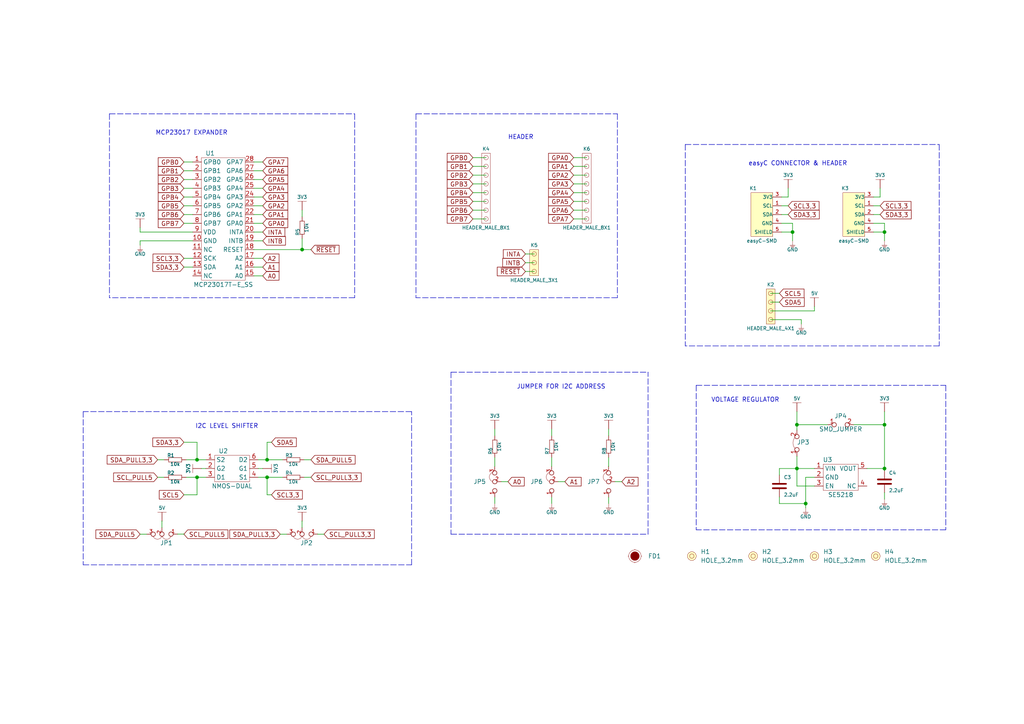
<source format=kicad_sch>
(kicad_sch (version 20210621) (generator eeschema)

  (uuid ac402734-ffe7-4231-8065-45582e08a03d)

  (paper "A4")

  (lib_symbols
    (symbol "e-radionica.com schematics:0603C" (pin_numbers hide) (pin_names (offset 0.002)) (in_bom yes) (on_board yes)
      (property "Reference" "C" (id 0) (at -0.635 3.175 0)
        (effects (font (size 1 1)))
      )
      (property "Value" "0603C" (id 1) (at 0 -3.175 0)
        (effects (font (size 1 1)))
      )
      (property "Footprint" "e-radionica.com footprinti:0603C" (id 2) (at 0 0 0)
        (effects (font (size 1 1)) hide)
      )
      (property "Datasheet" "" (id 3) (at 0 0 0)
        (effects (font (size 1 1)) hide)
      )
      (symbol "0603C_0_1"
        (polyline
          (pts
            (xy -0.635 1.905)
            (xy -0.635 -1.905)
          )
          (stroke (width 0.5)) (fill (type none))
        )
        (polyline
          (pts
            (xy 0.635 1.905)
            (xy 0.635 -1.905)
          )
          (stroke (width 0.5)) (fill (type none))
        )
      )
      (symbol "0603C_1_1"
        (pin passive line (at -3.175 0 0) (length 2.54)
          (name "~" (effects (font (size 1.27 1.27))))
          (number "1" (effects (font (size 1.27 1.27))))
        )
        (pin passive line (at 3.175 0 180) (length 2.54)
          (name "~" (effects (font (size 1.27 1.27))))
          (number "2" (effects (font (size 1.27 1.27))))
        )
      )
    )
    (symbol "e-radionica.com schematics:0603R" (pin_numbers hide) (pin_names (offset 0.254)) (in_bom yes) (on_board yes)
      (property "Reference" "R" (id 0) (at -1.905 1.905 0)
        (effects (font (size 1 1)))
      )
      (property "Value" "0603R" (id 1) (at 0 -1.905 0)
        (effects (font (size 1 1)))
      )
      (property "Footprint" "e-radionica.com footprinti:0603R" (id 2) (at -0.635 1.905 0)
        (effects (font (size 1 1)) hide)
      )
      (property "Datasheet" "" (id 3) (at -0.635 1.905 0)
        (effects (font (size 1 1)) hide)
      )
      (symbol "0603R_0_1"
        (rectangle (start -1.905 -0.635) (end 1.905 -0.6604)
          (stroke (width 0.1)) (fill (type none))
        )
        (rectangle (start -1.905 0.635) (end -1.8796 -0.635)
          (stroke (width 0.1)) (fill (type none))
        )
        (rectangle (start -1.905 0.635) (end 1.905 0.6096)
          (stroke (width 0.1)) (fill (type none))
        )
        (rectangle (start 1.905 0.635) (end 1.9304 -0.635)
          (stroke (width 0.1)) (fill (type none))
        )
      )
      (symbol "0603R_1_1"
        (pin passive line (at -3.175 0 0) (length 1.27)
          (name "~" (effects (font (size 1.27 1.27))))
          (number "1" (effects (font (size 1.27 1.27))))
        )
        (pin passive line (at 3.175 0 180) (length 1.27)
          (name "~" (effects (font (size 1.27 1.27))))
          (number "2" (effects (font (size 1.27 1.27))))
        )
      )
    )
    (symbol "e-radionica.com schematics:3V3" (power) (pin_names (offset 0)) (in_bom yes) (on_board yes)
      (property "Reference" "#PWR" (id 0) (at 4.445 0 0)
        (effects (font (size 1 1)) hide)
      )
      (property "Value" "3V3" (id 1) (at 0 3.556 0)
        (effects (font (size 1 1)))
      )
      (property "Footprint" "" (id 2) (at 4.445 3.81 0)
        (effects (font (size 1 1)) hide)
      )
      (property "Datasheet" "" (id 3) (at 4.445 3.81 0)
        (effects (font (size 1 1)) hide)
      )
      (property "ki_keywords" "power-flag" (id 4) (at 0 0 0)
        (effects (font (size 1.27 1.27)) hide)
      )
      (property "ki_description" "Power symbol creates a global label with name \"+3V3\"" (id 5) (at 0 0 0)
        (effects (font (size 1.27 1.27)) hide)
      )
      (symbol "3V3_0_1"
        (polyline
          (pts
            (xy -1.27 2.54)
            (xy 1.27 2.54)
          )
          (stroke (width 0.0006)) (fill (type none))
        )
        (polyline
          (pts
            (xy 0 0)
            (xy 0 2.54)
          )
          (stroke (width 0)) (fill (type none))
        )
      )
      (symbol "3V3_1_1"
        (pin power_in line (at 0 0 90) (length 0) hide
          (name "3V3" (effects (font (size 1.27 1.27))))
          (number "1" (effects (font (size 1.27 1.27))))
        )
      )
    )
    (symbol "e-radionica.com schematics:5V" (power) (pin_names (offset 0)) (in_bom yes) (on_board yes)
      (property "Reference" "#PWR" (id 0) (at 4.445 0 0)
        (effects (font (size 1 1)) hide)
      )
      (property "Value" "5V" (id 1) (at 0 3.556 0)
        (effects (font (size 1 1)))
      )
      (property "Footprint" "" (id 2) (at 4.445 3.81 0)
        (effects (font (size 1 1)) hide)
      )
      (property "Datasheet" "" (id 3) (at 4.445 3.81 0)
        (effects (font (size 1 1)) hide)
      )
      (property "ki_keywords" "power-flag" (id 4) (at 0 0 0)
        (effects (font (size 1.27 1.27)) hide)
      )
      (property "ki_description" "Power symbol creates a global label with name \"+3V3\"" (id 5) (at 0 0 0)
        (effects (font (size 1.27 1.27)) hide)
      )
      (symbol "5V_0_1"
        (polyline
          (pts
            (xy -1.27 2.54)
            (xy 1.27 2.54)
          )
          (stroke (width 0.0006)) (fill (type none))
        )
        (polyline
          (pts
            (xy 0 0)
            (xy 0 2.54)
          )
          (stroke (width 0)) (fill (type none))
        )
      )
      (symbol "5V_1_1"
        (pin power_in line (at 0 0 90) (length 0) hide
          (name "5V" (effects (font (size 1.27 1.27))))
          (number "1" (effects (font (size 1.27 1.27))))
        )
      )
    )
    (symbol "e-radionica.com schematics:Fiducial_Stencil" (pin_numbers hide) (pin_names hide) (in_bom yes) (on_board yes)
      (property "Reference" "FD?" (id 0) (at 0 3.048 0)
        (effects (font (size 1.27 1.27)))
      )
      (property "Value" "Fiducial_Stencil" (id 1) (at 0 -2.794 0)
        (effects (font (size 1.27 1.27)) hide)
      )
      (property "Footprint" "e-radionica.com footprinti:FIDUCIAL_1MM_PASTE" (id 2) (at 0 -6.35 0)
        (effects (font (size 1.27 1.27)) hide)
      )
      (property "Datasheet" "" (id 3) (at 0 0 0)
        (effects (font (size 1.27 1.27)) hide)
      )
      (symbol "Fiducial_Stencil_0_1"
        (circle (center 0 0) (radius 1.7961) (stroke (width 0.0006)) (fill (type none)))
        (circle (center 0 0) (radius 1.27) (stroke (width 0.001)) (fill (type outline)))
        (polyline
          (pts
            (xy -1.778 0)
            (xy -2.032 0)
          )
          (stroke (width 0.0006)) (fill (type none))
        )
        (polyline
          (pts
            (xy 0 -1.778)
            (xy 0 -2.032)
          )
          (stroke (width 0.0006)) (fill (type none))
        )
        (polyline
          (pts
            (xy 0 1.778)
            (xy 0 2.032)
          )
          (stroke (width 0.0006)) (fill (type none))
        )
        (polyline
          (pts
            (xy 1.778 0)
            (xy 2.032 0)
          )
          (stroke (width 0.0006)) (fill (type none))
        )
      )
    )
    (symbol "e-radionica.com schematics:GND" (power) (pin_names (offset 0)) (in_bom yes) (on_board yes)
      (property "Reference" "#PWR" (id 0) (at 4.445 0 0)
        (effects (font (size 1 1)) hide)
      )
      (property "Value" "GND" (id 1) (at 0 -2.921 0)
        (effects (font (size 1 1)))
      )
      (property "Footprint" "" (id 2) (at 4.445 3.81 0)
        (effects (font (size 1 1)) hide)
      )
      (property "Datasheet" "" (id 3) (at 4.445 3.81 0)
        (effects (font (size 1 1)) hide)
      )
      (property "ki_keywords" "power-flag" (id 4) (at 0 0 0)
        (effects (font (size 1.27 1.27)) hide)
      )
      (property "ki_description" "Power symbol creates a global label with name \"+3V3\"" (id 5) (at 0 0 0)
        (effects (font (size 1.27 1.27)) hide)
      )
      (symbol "GND_0_1"
        (polyline
          (pts
            (xy -0.762 -1.27)
            (xy 0.762 -1.27)
          )
          (stroke (width 0.0006)) (fill (type none))
        )
        (polyline
          (pts
            (xy -0.635 -1.524)
            (xy 0.635 -1.524)
          )
          (stroke (width 0.0006)) (fill (type none))
        )
        (polyline
          (pts
            (xy -0.381 -1.778)
            (xy 0.381 -1.778)
          )
          (stroke (width 0.0006)) (fill (type none))
        )
        (polyline
          (pts
            (xy -0.127 -2.032)
            (xy 0.127 -2.032)
          )
          (stroke (width 0.0006)) (fill (type none))
        )
        (polyline
          (pts
            (xy 0 0)
            (xy 0 -1.27)
          )
          (stroke (width 0.0006)) (fill (type none))
        )
      )
      (symbol "GND_1_1"
        (pin power_in line (at 0 0 270) (length 0) hide
          (name "GND" (effects (font (size 1.27 1.27))))
          (number "1" (effects (font (size 1.27 1.27))))
        )
      )
    )
    (symbol "e-radionica.com schematics:HEADER_MALE_3X1" (pin_numbers hide) (pin_names hide) (in_bom yes) (on_board yes)
      (property "Reference" "K" (id 0) (at -0.635 5.08 0)
        (effects (font (size 1 1)))
      )
      (property "Value" "HEADER_MALE_3X1" (id 1) (at 0 -5.08 0)
        (effects (font (size 1 1)))
      )
      (property "Footprint" "e-radionica.com footprinti:HEADER_MALE_3X1" (id 2) (at 0 -7.62 0)
        (effects (font (size 1 1)) hide)
      )
      (property "Datasheet" "" (id 3) (at 0 -2.54 0)
        (effects (font (size 1 1)) hide)
      )
      (symbol "HEADER_MALE_3X1_0_1"
        (circle (center 0 -2.54) (radius 0.635) (stroke (width 0.0006)) (fill (type none)))
        (circle (center 0 0) (radius 0.635) (stroke (width 0.0006)) (fill (type none)))
        (circle (center 0 2.54) (radius 0.635) (stroke (width 0.0006)) (fill (type none)))
        (rectangle (start 1.27 -3.81) (end -1.27 3.81)
          (stroke (width 0.001)) (fill (type background))
        )
      )
      (symbol "HEADER_MALE_3X1_1_1"
        (pin passive line (at 0 -2.54 180) (length 0)
          (name "~" (effects (font (size 1 1))))
          (number "1" (effects (font (size 1 1))))
        )
        (pin passive line (at 0 0 180) (length 0)
          (name "~" (effects (font (size 1 1))))
          (number "2" (effects (font (size 1 1))))
        )
        (pin passive line (at 0 2.54 180) (length 0)
          (name "~" (effects (font (size 1 1))))
          (number "3" (effects (font (size 1 1))))
        )
      )
    )
    (symbol "e-radionica.com schematics:HEADER_MALE_4X1" (pin_numbers hide) (pin_names hide) (in_bom yes) (on_board yes)
      (property "Reference" "K" (id 0) (at -0.635 7.62 0)
        (effects (font (size 1 1)))
      )
      (property "Value" "HEADER_MALE_4X1" (id 1) (at 0 -5.08 0)
        (effects (font (size 1 1)))
      )
      (property "Footprint" "e-radionica.com footprinti:HEADER_MALE_4X1" (id 2) (at 0 -2.54 0)
        (effects (font (size 1 1)) hide)
      )
      (property "Datasheet" "" (id 3) (at 0 -2.54 0)
        (effects (font (size 1 1)) hide)
      )
      (symbol "HEADER_MALE_4X1_0_1"
        (circle (center 0 -2.54) (radius 0.635) (stroke (width 0.0006)) (fill (type none)))
        (circle (center 0 0) (radius 0.635) (stroke (width 0.0006)) (fill (type none)))
        (circle (center 0 2.54) (radius 0.635) (stroke (width 0.0006)) (fill (type none)))
        (circle (center 0 5.08) (radius 0.635) (stroke (width 0.0006)) (fill (type none)))
        (rectangle (start 1.27 -3.81) (end -1.27 6.35)
          (stroke (width 0.001)) (fill (type background))
        )
      )
      (symbol "HEADER_MALE_4X1_1_1"
        (pin passive line (at 0 -2.54 180) (length 0)
          (name "~" (effects (font (size 1 1))))
          (number "1" (effects (font (size 1 1))))
        )
        (pin passive line (at 0 0 180) (length 0)
          (name "~" (effects (font (size 1 1))))
          (number "2" (effects (font (size 1 1))))
        )
        (pin passive line (at 0 2.54 180) (length 0)
          (name "~" (effects (font (size 1 1))))
          (number "3" (effects (font (size 1 1))))
        )
        (pin passive line (at 0 5.08 180) (length 0)
          (name "~" (effects (font (size 1 1))))
          (number "4" (effects (font (size 1 1))))
        )
      )
    )
    (symbol "e-radionica.com schematics:HEADER_MALE_8X1" (pin_numbers hide) (pin_names hide) (in_bom yes) (on_board yes)
      (property "Reference" "K" (id 0) (at -0.635 12.7 0)
        (effects (font (size 1 1)))
      )
      (property "Value" "HEADER_MALE_8X1" (id 1) (at 0.635 -10.16 0)
        (effects (font (size 1 1)))
      )
      (property "Footprint" "e-radionica.com footprinti:HEADER_MALE_8X1" (id 2) (at 0 0 0)
        (effects (font (size 1 1)) hide)
      )
      (property "Datasheet" "" (id 3) (at 0 0 0)
        (effects (font (size 1 1)) hide)
      )
      (symbol "HEADER_MALE_8X1_0_1"
        (circle (center 0 -7.62) (radius 0.635) (stroke (width 0.0006)) (fill (type none)))
        (circle (center 0 -5.08) (radius 0.635) (stroke (width 0.0006)) (fill (type none)))
        (circle (center 0 -2.54) (radius 0.635) (stroke (width 0.0006)) (fill (type none)))
        (circle (center 0 0) (radius 0.635) (stroke (width 0.0006)) (fill (type none)))
        (circle (center 0 2.54) (radius 0.635) (stroke (width 0.0006)) (fill (type none)))
        (circle (center 0 5.08) (radius 0.635) (stroke (width 0.0006)) (fill (type none)))
        (circle (center 0 7.62) (radius 0.635) (stroke (width 0.0006)) (fill (type none)))
        (circle (center 0 10.16) (radius 0.635) (stroke (width 0.0006)) (fill (type none)))
        (rectangle (start 1.27 -8.89) (end -1.27 11.43)
          (stroke (width 0.0006)) (fill (type none))
        )
      )
      (symbol "HEADER_MALE_8X1_1_1"
        (pin passive line (at 0 -7.62 180) (length 0)
          (name "~" (effects (font (size 0.991 0.991))))
          (number "1" (effects (font (size 0.991 0.991))))
        )
        (pin passive line (at 0 -5.08 180) (length 0)
          (name "~" (effects (font (size 0.991 0.991))))
          (number "2" (effects (font (size 0.991 0.991))))
        )
        (pin passive line (at 0 -2.54 180) (length 0)
          (name "~" (effects (font (size 0.991 0.991))))
          (number "3" (effects (font (size 0.991 0.991))))
        )
        (pin passive line (at 0 0 180) (length 0)
          (name "~" (effects (font (size 0.991 0.991))))
          (number "4" (effects (font (size 0.991 0.991))))
        )
        (pin passive line (at 0 2.54 180) (length 0)
          (name "~" (effects (font (size 0.991 0.991))))
          (number "5" (effects (font (size 0.991 0.991))))
        )
        (pin passive line (at 0 5.08 180) (length 0)
          (name "~" (effects (font (size 0.991 0.991))))
          (number "6" (effects (font (size 0.991 0.991))))
        )
        (pin passive line (at 0 7.62 180) (length 0)
          (name "~" (effects (font (size 0.991 0.991))))
          (number "7" (effects (font (size 0.991 0.991))))
        )
        (pin passive line (at 0 10.16 180) (length 0)
          (name "~" (effects (font (size 0.991 0.991))))
          (number "8" (effects (font (size 0.991 0.991))))
        )
      )
    )
    (symbol "e-radionica.com schematics:HOLE_3.2mm" (pin_numbers hide) (pin_names hide) (in_bom yes) (on_board yes)
      (property "Reference" "H" (id 0) (at 0 2.54 0)
        (effects (font (size 1.27 1.27)))
      )
      (property "Value" "HOLE_3.2mm" (id 1) (at 0 -2.54 0)
        (effects (font (size 1.27 1.27)))
      )
      (property "Footprint" "e-radionica.com footprinti:HOLE_3.2mm" (id 2) (at 0 0 0)
        (effects (font (size 1.27 1.27)) hide)
      )
      (property "Datasheet" "" (id 3) (at 0 0 0)
        (effects (font (size 1.27 1.27)) hide)
      )
      (symbol "HOLE_3.2mm_0_1"
        (circle (center 0 0) (radius 0.635) (stroke (width 0.0006)) (fill (type none)))
        (circle (center 0 0) (radius 1.27) (stroke (width 0.001)) (fill (type background)))
      )
    )
    (symbol "e-radionica.com schematics:MCP23017T-E_SS" (in_bom yes) (on_board yes)
      (property "Reference" "U" (id 0) (at 0 17.78 0)
        (effects (font (size 1.27 1.27)))
      )
      (property "Value" "MCP23017T-E_SS" (id 1) (at 0 -20.32 0)
        (effects (font (size 1.27 1.27)))
      )
      (property "Footprint" "e-radionica.com footprinti:MCP23017" (id 2) (at 0.127 0 0)
        (effects (font (size 1.27 1.27)) hide)
      )
      (property "Datasheet" "" (id 3) (at -12.7 2.54 0)
        (effects (font (size 1.27 1.27)) hide)
      )
      (symbol "MCP23017T-E_SS_0_1"
        (rectangle (start -6.35 16.51) (end 6.35 -19.05)
          (stroke (width 0.0006)) (fill (type none))
        )
      )
      (symbol "MCP23017T-E_SS_1_1"
        (pin passive line (at -8.89 15.24 0) (length 2.54)
          (name "GPB0" (effects (font (size 1.27 1.27))))
          (number "1" (effects (font (size 1.27 1.27))))
        )
        (pin passive line (at -8.89 -7.62 0) (length 2.54)
          (name "GND" (effects (font (size 1.27 1.27))))
          (number "10" (effects (font (size 1.27 1.27))))
        )
        (pin passive line (at -8.89 -10.16 0) (length 2.54)
          (name "NC" (effects (font (size 1.27 1.27))))
          (number "11" (effects (font (size 1.27 1.27))))
        )
        (pin passive line (at -8.89 -12.7 0) (length 2.54)
          (name "SCK" (effects (font (size 1.27 1.27))))
          (number "12" (effects (font (size 1.27 1.27))))
        )
        (pin passive line (at -8.89 -15.24 0) (length 2.54)
          (name "SDA" (effects (font (size 1.27 1.27))))
          (number "13" (effects (font (size 1.27 1.27))))
        )
        (pin passive line (at -8.89 -17.78 0) (length 2.54)
          (name "NC" (effects (font (size 1.27 1.27))))
          (number "14" (effects (font (size 1.27 1.27))))
        )
        (pin passive line (at 8.89 -17.78 180) (length 2.54)
          (name "A0" (effects (font (size 1.27 1.27))))
          (number "15" (effects (font (size 1.27 1.27))))
        )
        (pin passive line (at 8.89 -15.24 180) (length 2.54)
          (name "A1" (effects (font (size 1.27 1.27))))
          (number "16" (effects (font (size 1.27 1.27))))
        )
        (pin passive line (at 8.89 -12.7 180) (length 2.54)
          (name "A2" (effects (font (size 1.27 1.27))))
          (number "17" (effects (font (size 1.27 1.27))))
        )
        (pin passive line (at 8.89 -10.16 180) (length 2.54)
          (name "RESET" (effects (font (size 1.27 1.27))))
          (number "18" (effects (font (size 1.27 1.27))))
        )
        (pin passive line (at 8.89 -7.62 180) (length 2.54)
          (name "INTB" (effects (font (size 1.27 1.27))))
          (number "19" (effects (font (size 1.27 1.27))))
        )
        (pin passive line (at -8.89 12.7 0) (length 2.54)
          (name "GPB1" (effects (font (size 1.27 1.27))))
          (number "2" (effects (font (size 1.27 1.27))))
        )
        (pin passive line (at 8.89 -5.08 180) (length 2.54)
          (name "INTA" (effects (font (size 1.27 1.27))))
          (number "20" (effects (font (size 1.27 1.27))))
        )
        (pin passive line (at 8.89 -2.54 180) (length 2.54)
          (name "GPA0" (effects (font (size 1.27 1.27))))
          (number "21" (effects (font (size 1.27 1.27))))
        )
        (pin passive line (at 8.89 0 180) (length 2.54)
          (name "GPA1" (effects (font (size 1.27 1.27))))
          (number "22" (effects (font (size 1.27 1.27))))
        )
        (pin passive line (at 8.89 2.54 180) (length 2.54)
          (name "GPA2" (effects (font (size 1.27 1.27))))
          (number "23" (effects (font (size 1.27 1.27))))
        )
        (pin passive line (at 8.89 5.08 180) (length 2.54)
          (name "GPA3" (effects (font (size 1.27 1.27))))
          (number "24" (effects (font (size 1.27 1.27))))
        )
        (pin passive line (at 8.89 7.62 180) (length 2.54)
          (name "GPA4" (effects (font (size 1.27 1.27))))
          (number "25" (effects (font (size 1.27 1.27))))
        )
        (pin passive line (at 8.89 10.16 180) (length 2.54)
          (name "GPA5" (effects (font (size 1.27 1.27))))
          (number "26" (effects (font (size 1.27 1.27))))
        )
        (pin passive line (at 8.89 12.7 180) (length 2.54)
          (name "GPA6" (effects (font (size 1.27 1.27))))
          (number "27" (effects (font (size 1.27 1.27))))
        )
        (pin passive line (at 8.89 15.24 180) (length 2.54)
          (name "GPA7" (effects (font (size 1.27 1.27))))
          (number "28" (effects (font (size 1.27 1.27))))
        )
        (pin passive line (at -8.89 10.16 0) (length 2.54)
          (name "GPB2" (effects (font (size 1.27 1.27))))
          (number "3" (effects (font (size 1.27 1.27))))
        )
        (pin passive line (at -8.89 7.62 0) (length 2.54)
          (name "GPB3" (effects (font (size 1.27 1.27))))
          (number "4" (effects (font (size 1.27 1.27))))
        )
        (pin passive line (at -8.89 5.08 0) (length 2.54)
          (name "GPB4" (effects (font (size 1.27 1.27))))
          (number "5" (effects (font (size 1.27 1.27))))
        )
        (pin passive line (at -8.89 2.54 0) (length 2.54)
          (name "GPB5" (effects (font (size 1.27 1.27))))
          (number "6" (effects (font (size 1.27 1.27))))
        )
        (pin passive line (at -8.89 0 0) (length 2.54)
          (name "GPB6" (effects (font (size 1.27 1.27))))
          (number "7" (effects (font (size 1.27 1.27))))
        )
        (pin passive line (at -8.89 -2.54 0) (length 2.54)
          (name "GPB7" (effects (font (size 1.27 1.27))))
          (number "8" (effects (font (size 1.27 1.27))))
        )
        (pin passive line (at -8.89 -5.08 0) (length 2.54)
          (name "VDD" (effects (font (size 1.27 1.27))))
          (number "9" (effects (font (size 1.27 1.27))))
        )
      )
    )
    (symbol "e-radionica.com schematics:NMOS-DUAL" (in_bom yes) (on_board yes)
      (property "Reference" "U" (id 0) (at -3.81 5.08 0)
        (effects (font (size 1.27 1.27)))
      )
      (property "Value" "NMOS-DUAL" (id 1) (at 0 -5.08 0)
        (effects (font (size 1.27 1.27)))
      )
      (property "Footprint" "e-radionica.com footprinti:SOT-363" (id 2) (at 0 -7.62 0)
        (effects (font (size 1.27 1.27)) hide)
      )
      (property "Datasheet" "" (id 3) (at 0 -2.54 0)
        (effects (font (size 1.27 1.27)) hide)
      )
      (symbol "NMOS-DUAL_0_1"
        (rectangle (start -5.08 3.81) (end 5.08 -3.81)
          (stroke (width 0.0006)) (fill (type none))
        )
      )
      (symbol "NMOS-DUAL_1_1"
        (pin input line (at -7.62 2.54 0) (length 2.54)
          (name "S2" (effects (font (size 1.27 1.27))))
          (number "1" (effects (font (size 1.27 1.27))))
        )
        (pin input line (at -7.62 0 0) (length 2.54)
          (name "G2" (effects (font (size 1.27 1.27))))
          (number "2" (effects (font (size 1.27 1.27))))
        )
        (pin input line (at -7.62 -2.54 0) (length 2.54)
          (name "D1" (effects (font (size 1.27 1.27))))
          (number "3" (effects (font (size 1.27 1.27))))
        )
        (pin input line (at 7.62 -2.54 180) (length 2.54)
          (name "S1" (effects (font (size 1.27 1.27))))
          (number "4" (effects (font (size 1.27 1.27))))
        )
        (pin input line (at 7.62 0 180) (length 2.54)
          (name "G1" (effects (font (size 1.27 1.27))))
          (number "5" (effects (font (size 1.27 1.27))))
        )
        (pin input line (at 7.62 2.54 180) (length 2.54)
          (name "D2" (effects (font (size 1.27 1.27))))
          (number "6" (effects (font (size 1.27 1.27))))
        )
      )
    )
    (symbol "e-radionica.com schematics:SE5218" (in_bom yes) (on_board yes)
      (property "Reference" "U" (id 0) (at -3.81 5.08 0)
        (effects (font (size 1.27 1.27)))
      )
      (property "Value" "SE5218" (id 1) (at 0 -5.08 0)
        (effects (font (size 1.27 1.27)))
      )
      (property "Footprint" "e-radionica.com footprinti:SOT-23-5" (id 2) (at 0 0 0)
        (effects (font (size 1.27 1.27)) hide)
      )
      (property "Datasheet" "" (id 3) (at 0 0 0)
        (effects (font (size 1.27 1.27)) hide)
      )
      (symbol "SE5218_0_1"
        (rectangle (start -5.08 3.81) (end 5.08 -3.81)
          (stroke (width 0.0006)) (fill (type none))
        )
      )
      (symbol "SE5218_1_1"
        (pin power_in line (at -7.62 2.54 0) (length 2.54)
          (name "VIN" (effects (font (size 1.27 1.27))))
          (number "1" (effects (font (size 1.27 1.27))))
        )
        (pin power_in line (at -7.62 0 0) (length 2.54)
          (name "GND" (effects (font (size 1.27 1.27))))
          (number "2" (effects (font (size 1.27 1.27))))
        )
        (pin input line (at -7.62 -2.54 0) (length 2.54)
          (name "EN" (effects (font (size 1.27 1.27))))
          (number "3" (effects (font (size 1.27 1.27))))
        )
        (pin passive line (at 7.62 -2.54 180) (length 2.54)
          (name "NC" (effects (font (size 1.27 1.27))))
          (number "4" (effects (font (size 1.27 1.27))))
        )
        (pin power_out line (at 7.62 2.54 180) (length 2.54)
          (name "VOUT" (effects (font (size 1.27 1.27))))
          (number "5" (effects (font (size 1.27 1.27))))
        )
      )
    )
    (symbol "e-radionica.com schematics:SMD-JUMPER-CONNECTED_TRACE_SLODERMASK" (in_bom yes) (on_board yes)
      (property "Reference" "JP" (id 0) (at 0 3.556 0)
        (effects (font (size 1.27 1.27)))
      )
      (property "Value" "SMD-JUMPER-CONNECTED_TRACE_SLODERMASK" (id 1) (at 0 -2.54 0)
        (effects (font (size 1.27 1.27)))
      )
      (property "Footprint" "e-radionica.com footprinti:SMD-JUMPER-CONNECTED_TRACE_SLODERMASK" (id 2) (at 0 -5.715 0)
        (effects (font (size 1.27 1.27)) hide)
      )
      (property "Datasheet" "" (id 3) (at 0 0 0)
        (effects (font (size 1.27 1.27)) hide)
      )
      (symbol "SMD-JUMPER-CONNECTED_TRACE_SLODERMASK_0_1"
        (arc (start -1.8034 0.5588) (end 1.397 0.5842) (radius (at -0.1875 -1.4124) (length 2.5489) (angles 129.3 51.6))
          (stroke (width 0.0006)) (fill (type none))
        )
      )
      (symbol "SMD-JUMPER-CONNECTED_TRACE_SLODERMASK_1_1"
        (pin passive inverted (at -4.064 0 0) (length 2.54)
          (name "" (effects (font (size 1.27 1.27))))
          (number "1" (effects (font (size 1.27 1.27))))
        )
        (pin passive inverted (at 3.556 0 180) (length 2.54)
          (name "" (effects (font (size 1.27 1.27))))
          (number "2" (effects (font (size 1.27 1.27))))
        )
      )
    )
    (symbol "e-radionica.com schematics:SMD_JUMPER" (in_bom yes) (on_board yes)
      (property "Reference" "JP" (id 0) (at 0 1.397 0)
        (effects (font (size 1.27 1.27)))
      )
      (property "Value" "SMD_JUMPER" (id 1) (at 0.508 -3.048 0)
        (effects (font (size 1.27 1.27)))
      )
      (property "Footprint" "e-radionica.com footprinti:SMD_JUMPER" (id 2) (at 0 0 0)
        (effects (font (size 1.27 1.27)) hide)
      )
      (property "Datasheet" "" (id 3) (at 0 0 0)
        (effects (font (size 1.27 1.27)) hide)
      )
      (symbol "SMD_JUMPER_1_1"
        (pin passive inverted (at -3.81 0 0) (length 2.54)
          (name "" (effects (font (size 1.27 1.27))))
          (number "1" (effects (font (size 1.27 1.27))))
        )
        (pin passive inverted (at 3.81 0 180) (length 2.54)
          (name "" (effects (font (size 1.27 1.27))))
          (number "2" (effects (font (size 1.27 1.27))))
        )
      )
    )
    (symbol "e-radionica.com schematics:SMD_JUMPER_3_PAD_CONNECTED_RIGHT" (in_bom yes) (on_board yes)
      (property "Reference" "JP" (id 0) (at 0 2.5908 0)
        (effects (font (size 1.27 1.27)))
      )
      (property "Value" "SMD_JUMPER_3_PAD_CONNECTED_RIGHT" (id 1) (at 0.0254 -6.9088 0)
        (effects (font (size 1.27 1.27)))
      )
      (property "Footprint" "e-radionica.com footprinti:SMD_JUMPER_3_PAD_CONNECTED_RIGHT" (id 2) (at 0 0 0)
        (effects (font (size 1.27 1.27)) hide)
      )
      (property "Datasheet" "" (id 3) (at 0 0 0)
        (effects (font (size 1.27 1.27)) hide)
      )
      (symbol "SMD_JUMPER_3_PAD_CONNECTED_RIGHT_0_1"
        (arc (start 0.0433 0.705) (end 2.6595 0.6796) (radius (at 1.3462 0.1524) (length 1.4152) (angles 157 21.9))
          (stroke (width 0.0006)) (fill (type none))
        )
      )
      (symbol "SMD_JUMPER_3_PAD_CONNECTED_RIGHT_1_1"
        (pin passive inverted (at -4.5466 0 0) (length 2.54)
          (name "" (effects (font (size 1 1))))
          (number "1" (effects (font (size 1 1))))
        )
        (pin passive inverted (at 0 -1.905 90) (length 2.54)
          (name "" (effects (font (size 1 1))))
          (number "2" (effects (font (size 1 1))))
        )
        (pin passive inverted (at 4.445 0.0254 180) (length 2.54)
          (name "" (effects (font (size 1 1))))
          (number "3" (effects (font (size 1 1))))
        )
      )
    )
    (symbol "e-radionica.com schematics:SMD_JUMPER_3_PAD_TRACE" (in_bom yes) (on_board yes)
      (property "Reference" "JP" (id 0) (at 0.0254 5.461 0)
        (effects (font (size 1.27 1.27)))
      )
      (property "Value" "SMD_JUMPER_3_PAD_TRACE" (id 1) (at 0.3048 -4.572 0)
        (effects (font (size 1.27 1.27)))
      )
      (property "Footprint" "e-radionica.com footprinti:SMD_JUMPER_3_PAD_TRACE" (id 2) (at 0 -1.27 0)
        (effects (font (size 1.27 1.27)) hide)
      )
      (property "Datasheet" "" (id 3) (at 0 0 0)
        (effects (font (size 1.27 1.27)) hide)
      )
      (symbol "SMD_JUMPER_3_PAD_TRACE_0_1"
        (arc (start -2.6162 0.6096) (end 0 0.5842) (radius (at -1.3133 0.057) (length 1.4152) (angles 157 21.9))
          (stroke (width 0.0006)) (fill (type none))
        )
        (arc (start 0 0.6096) (end 2.5908 0.6604) (radius (at 1.308 -0.0085) (length 1.4467) (angles 154.7 27.5))
          (stroke (width 0.0006)) (fill (type none))
        )
      )
      (symbol "SMD_JUMPER_3_PAD_TRACE_1_1"
        (pin passive inverted (at -4.5212 -0.0254 0) (length 2.54)
          (name "" (effects (font (size 1 1))))
          (number "1" (effects (font (size 1 1))))
        )
        (pin passive inverted (at 0.0254 -1.9304 90) (length 2.54)
          (name "" (effects (font (size 1 1))))
          (number "2" (effects (font (size 1 1))))
        )
        (pin passive inverted (at 4.4704 0 180) (length 2.54)
          (name "" (effects (font (size 1 1))))
          (number "3" (effects (font (size 1 1))))
        )
      )
    )
    (symbol "e-radionica.com schematics:easyC-SMD" (pin_names (offset 0.002)) (in_bom yes) (on_board yes)
      (property "Reference" "K" (id 0) (at -2.54 10.16 0)
        (effects (font (size 1 1)))
      )
      (property "Value" "easyC-SMD" (id 1) (at 0 -5.08 0)
        (effects (font (size 1 1)))
      )
      (property "Footprint" "e-radionica.com footprinti:easyC-connector" (id 2) (at 3.175 2.54 0)
        (effects (font (size 1 1)) hide)
      )
      (property "Datasheet" "" (id 3) (at 3.175 2.54 0)
        (effects (font (size 1 1)) hide)
      )
      (symbol "easyC-SMD_0_1"
        (rectangle (start -3.175 8.89) (end 3.175 -3.81)
          (stroke (width 0.001)) (fill (type background))
        )
      )
      (symbol "easyC-SMD_1_1"
        (pin passive line (at 5.715 5.08 180) (length 2.54)
          (name "SCL" (effects (font (size 1 1))))
          (number "1" (effects (font (size 1 1))))
        )
        (pin passive line (at 5.715 2.54 180) (length 2.54)
          (name "SDA" (effects (font (size 1 1))))
          (number "2" (effects (font (size 1 1))))
        )
        (pin passive line (at 5.715 7.62 180) (length 2.54)
          (name "3V3" (effects (font (size 1 1))))
          (number "3" (effects (font (size 1 1))))
        )
        (pin passive line (at 5.715 0 180) (length 2.54)
          (name "GND" (effects (font (size 1 1))))
          (number "4" (effects (font (size 1 1))))
        )
        (pin passive line (at 5.715 -2.54 180) (length 2.54)
          (name "SHIELD" (effects (font (size 1 1))))
          (number "5" (effects (font (size 1 1))))
        )
      )
    )
  )

  (junction (at 57.15 133.35) (diameter 0.9144) (color 0 0 0 0))
  (junction (at 57.15 138.43) (diameter 0.9144) (color 0 0 0 0))
  (junction (at 77.47 133.35) (diameter 0.9144) (color 0 0 0 0))
  (junction (at 77.47 138.43) (diameter 0.9144) (color 0 0 0 0))
  (junction (at 87.63 72.39) (diameter 0.9144) (color 0 0 0 0))
  (junction (at 229.87 67.31) (diameter 0.9144) (color 0 0 0 0))
  (junction (at 231.14 123.19) (diameter 0.9144) (color 0 0 0 0))
  (junction (at 231.14 135.89) (diameter 0.9144) (color 0 0 0 0))
  (junction (at 233.68 146.05) (diameter 0.9144) (color 0 0 0 0))
  (junction (at 256.54 67.31) (diameter 0.9144) (color 0 0 0 0))
  (junction (at 256.54 123.19) (diameter 0.9144) (color 0 0 0 0))
  (junction (at 256.54 135.89) (diameter 0.9144) (color 0 0 0 0))

  (wire (pts (xy 40.64 67.31) (xy 40.64 66.04))
    (stroke (width 0) (type solid) (color 0 0 0 0))
    (uuid 5ba38785-1a0c-4e72-a073-9378466c8c45)
  )
  (wire (pts (xy 40.64 69.85) (xy 40.64 71.12))
    (stroke (width 0) (type solid) (color 0 0 0 0))
    (uuid 2fc530e7-1e8b-4463-bcea-ecaff496a2ec)
  )
  (wire (pts (xy 40.64 154.94) (xy 42.5196 154.94))
    (stroke (width 0) (type solid) (color 0 0 0 0))
    (uuid a2699aa9-fb6a-4557-96af-50e8f2a194d7)
  )
  (wire (pts (xy 45.72 133.35) (xy 47.625 133.35))
    (stroke (width 0) (type solid) (color 0 0 0 0))
    (uuid 3a5f2551-d707-4fba-893d-131ed2f5533c)
  )
  (wire (pts (xy 45.72 138.43) (xy 47.625 138.43))
    (stroke (width 0) (type solid) (color 0 0 0 0))
    (uuid ee6ef1a6-5a56-48a9-81e4-b1deb4b4b407)
  )
  (wire (pts (xy 46.9646 151.13) (xy 46.99 151.13))
    (stroke (width 0) (type solid) (color 0 0 0 0))
    (uuid 37972143-6501-4e65-bfb4-3b7ddbd98863)
  )
  (wire (pts (xy 46.9646 153.0096) (xy 46.9646 151.13))
    (stroke (width 0) (type solid) (color 0 0 0 0))
    (uuid 2e0daea8-d4b8-4490-98b8-e1df8a8877f2)
  )
  (wire (pts (xy 51.5112 154.9146) (xy 53.34 154.9146))
    (stroke (width 0) (type solid) (color 0 0 0 0))
    (uuid 858cb64a-b7d1-4755-8a7b-70eb9192cbc8)
  )
  (wire (pts (xy 53.34 46.99) (xy 55.88 46.99))
    (stroke (width 0) (type solid) (color 0 0 0 0))
    (uuid 37c93274-f79f-43e2-be8c-fdece5c0e218)
  )
  (wire (pts (xy 53.34 49.53) (xy 55.88 49.53))
    (stroke (width 0) (type solid) (color 0 0 0 0))
    (uuid e4d690b7-3536-43d1-aa96-ff08e92434cf)
  )
  (wire (pts (xy 53.34 52.07) (xy 55.88 52.07))
    (stroke (width 0) (type solid) (color 0 0 0 0))
    (uuid 61a02586-362e-49da-9192-f05e3ba91909)
  )
  (wire (pts (xy 53.34 54.61) (xy 55.88 54.61))
    (stroke (width 0) (type solid) (color 0 0 0 0))
    (uuid 812057ae-0470-4b0b-a495-59b87008e464)
  )
  (wire (pts (xy 53.34 57.15) (xy 55.88 57.15))
    (stroke (width 0) (type solid) (color 0 0 0 0))
    (uuid 405a0d85-230a-483d-9aa6-d5466d1c3ca2)
  )
  (wire (pts (xy 53.34 59.69) (xy 55.88 59.69))
    (stroke (width 0) (type solid) (color 0 0 0 0))
    (uuid ec4c1606-62fe-4301-b7de-abb5ed18739e)
  )
  (wire (pts (xy 53.34 62.23) (xy 55.88 62.23))
    (stroke (width 0) (type solid) (color 0 0 0 0))
    (uuid ef8104ab-0bc8-4303-a044-34f12ead4ff5)
  )
  (wire (pts (xy 53.34 64.77) (xy 55.88 64.77))
    (stroke (width 0) (type solid) (color 0 0 0 0))
    (uuid 00302279-b022-47f0-8eae-4be6ff0da49b)
  )
  (wire (pts (xy 53.34 74.93) (xy 55.88 74.93))
    (stroke (width 0) (type solid) (color 0 0 0 0))
    (uuid e01f284f-c946-46ad-b246-651439221a40)
  )
  (wire (pts (xy 53.34 77.47) (xy 55.88 77.47))
    (stroke (width 0) (type solid) (color 0 0 0 0))
    (uuid 0d85b9b7-4064-4310-b662-3f5d57d3b15e)
  )
  (wire (pts (xy 53.34 128.27) (xy 57.15 128.27))
    (stroke (width 0) (type solid) (color 0 0 0 0))
    (uuid e380e7af-85a2-4317-99a2-b0cd80c47bab)
  )
  (wire (pts (xy 53.34 143.51) (xy 57.15 143.51))
    (stroke (width 0) (type solid) (color 0 0 0 0))
    (uuid a7f1c3ab-7423-481a-b143-26d1c8373cf0)
  )
  (wire (pts (xy 53.34 154.9146) (xy 53.34 154.94))
    (stroke (width 0) (type solid) (color 0 0 0 0))
    (uuid b0c5e6f4-2a48-4ab0-b861-4b87a79378d5)
  )
  (wire (pts (xy 53.975 133.35) (xy 57.15 133.35))
    (stroke (width 0) (type solid) (color 0 0 0 0))
    (uuid bfe64783-88e2-4c63-80e7-53b56eb1641c)
  )
  (wire (pts (xy 53.975 138.43) (xy 57.15 138.43))
    (stroke (width 0) (type solid) (color 0 0 0 0))
    (uuid cfc81212-fdcd-461e-aa40-a59592dc3d7c)
  )
  (wire (pts (xy 55.88 67.31) (xy 40.64 67.31))
    (stroke (width 0) (type solid) (color 0 0 0 0))
    (uuid 5ba38785-1a0c-4e72-a073-9378466c8c45)
  )
  (wire (pts (xy 55.88 69.85) (xy 40.64 69.85))
    (stroke (width 0) (type solid) (color 0 0 0 0))
    (uuid 2fc530e7-1e8b-4463-bcea-ecaff496a2ec)
  )
  (wire (pts (xy 57.15 128.27) (xy 57.15 133.35))
    (stroke (width 0) (type solid) (color 0 0 0 0))
    (uuid bcb13740-fbef-4e8d-b25d-c235f809b501)
  )
  (wire (pts (xy 57.15 133.35) (xy 59.69 133.35))
    (stroke (width 0) (type solid) (color 0 0 0 0))
    (uuid 601b2b80-4102-4169-ab37-a865dd182fc2)
  )
  (wire (pts (xy 57.15 138.43) (xy 59.69 138.43))
    (stroke (width 0) (type solid) (color 0 0 0 0))
    (uuid adc50d1b-bcdf-4b24-8ee5-e16e6c11a1e7)
  )
  (wire (pts (xy 57.15 143.51) (xy 57.15 138.43))
    (stroke (width 0) (type solid) (color 0 0 0 0))
    (uuid 0a6712bf-a2ff-4273-8640-d346fa9ef018)
  )
  (wire (pts (xy 58.42 135.89) (xy 59.69 135.89))
    (stroke (width 0) (type solid) (color 0 0 0 0))
    (uuid 76a8dee6-762d-45bd-8e76-786a79ddf785)
  )
  (wire (pts (xy 73.66 46.99) (xy 76.2 46.99))
    (stroke (width 0) (type solid) (color 0 0 0 0))
    (uuid efb49cd3-f132-4562-aad6-5c70544c7498)
  )
  (wire (pts (xy 73.66 49.53) (xy 76.2 49.53))
    (stroke (width 0) (type solid) (color 0 0 0 0))
    (uuid b6fb1a6b-ca9e-4eb2-b939-57ccae0bdcf7)
  )
  (wire (pts (xy 73.66 52.07) (xy 76.2 52.07))
    (stroke (width 0) (type solid) (color 0 0 0 0))
    (uuid 8ea6b531-7d0a-4239-9497-29c2bc201382)
  )
  (wire (pts (xy 73.66 54.61) (xy 76.2 54.61))
    (stroke (width 0) (type solid) (color 0 0 0 0))
    (uuid 370dd410-72a5-4573-8964-cc2b8ae8eb9c)
  )
  (wire (pts (xy 73.66 57.15) (xy 76.2 57.15))
    (stroke (width 0) (type solid) (color 0 0 0 0))
    (uuid fb7a33e6-0aab-4c8e-a81a-13aa169971cd)
  )
  (wire (pts (xy 73.66 59.69) (xy 76.2 59.69))
    (stroke (width 0) (type solid) (color 0 0 0 0))
    (uuid 1b02b657-e43f-4f23-87ca-a56be9877296)
  )
  (wire (pts (xy 73.66 62.23) (xy 76.2 62.23))
    (stroke (width 0) (type solid) (color 0 0 0 0))
    (uuid 6e12bef9-08d3-48d4-a196-c5737ee6da9f)
  )
  (wire (pts (xy 73.66 64.77) (xy 76.2 64.77))
    (stroke (width 0) (type solid) (color 0 0 0 0))
    (uuid 195d308c-1c59-474c-8711-7658da870904)
  )
  (wire (pts (xy 73.66 67.31) (xy 76.2 67.31))
    (stroke (width 0) (type solid) (color 0 0 0 0))
    (uuid af185dcb-b769-46ff-9492-79270260fea7)
  )
  (wire (pts (xy 73.66 69.85) (xy 76.2 69.85))
    (stroke (width 0) (type solid) (color 0 0 0 0))
    (uuid 51744c6f-05f1-4573-ac3e-e7067ac7ed5c)
  )
  (wire (pts (xy 73.66 72.39) (xy 87.63 72.39))
    (stroke (width 0) (type solid) (color 0 0 0 0))
    (uuid 2c99b542-a592-4aa5-a3a4-22d363194728)
  )
  (wire (pts (xy 73.66 74.93) (xy 76.2 74.93))
    (stroke (width 0) (type solid) (color 0 0 0 0))
    (uuid 80a77037-beea-4417-80f3-c512f7fcf0e5)
  )
  (wire (pts (xy 73.66 77.47) (xy 76.2 77.47))
    (stroke (width 0) (type solid) (color 0 0 0 0))
    (uuid 28cb803b-4d09-43ee-8e7e-79a138e9aa1b)
  )
  (wire (pts (xy 73.66 80.01) (xy 76.2 80.01))
    (stroke (width 0) (type solid) (color 0 0 0 0))
    (uuid 0ee63516-77aa-49cb-95d4-fb5d0b0e11ee)
  )
  (wire (pts (xy 74.93 133.35) (xy 77.47 133.35))
    (stroke (width 0) (type solid) (color 0 0 0 0))
    (uuid e76ff9ad-d0d2-4858-8293-8f455e50a1d2)
  )
  (wire (pts (xy 74.93 135.89) (xy 76.2 135.89))
    (stroke (width 0) (type solid) (color 0 0 0 0))
    (uuid ae92314b-52de-459b-9fcc-9a72c50559f3)
  )
  (wire (pts (xy 74.93 138.43) (xy 77.47 138.43))
    (stroke (width 0) (type solid) (color 0 0 0 0))
    (uuid 35c46571-d785-4c99-9bd9-e196a5d328e2)
  )
  (wire (pts (xy 77.47 128.27) (xy 77.47 133.35))
    (stroke (width 0) (type solid) (color 0 0 0 0))
    (uuid 50dba1a9-6884-48a6-9769-04b90d9d125f)
  )
  (wire (pts (xy 77.47 133.35) (xy 81.915 133.35))
    (stroke (width 0) (type solid) (color 0 0 0 0))
    (uuid 1652e7b2-35a3-4ab9-9b22-87575604e0ae)
  )
  (wire (pts (xy 77.47 138.43) (xy 81.915 138.43))
    (stroke (width 0) (type solid) (color 0 0 0 0))
    (uuid 9ca3003f-910c-4245-8abc-7dab6d32d2c5)
  )
  (wire (pts (xy 77.47 143.51) (xy 77.47 138.43))
    (stroke (width 0) (type solid) (color 0 0 0 0))
    (uuid afe8688f-fdd2-485c-9622-51cf989d279a)
  )
  (wire (pts (xy 78.74 128.27) (xy 77.47 128.27))
    (stroke (width 0) (type solid) (color 0 0 0 0))
    (uuid 675802dc-14ef-4f75-9cd9-b33ec4458631)
  )
  (wire (pts (xy 78.74 143.51) (xy 77.47 143.51))
    (stroke (width 0) (type solid) (color 0 0 0 0))
    (uuid fd730e32-929d-4815-8649-e19648e0d0a4)
  )
  (wire (pts (xy 81.28 154.94) (xy 83.1596 154.94))
    (stroke (width 0) (type solid) (color 0 0 0 0))
    (uuid e094dd5a-50c9-4ef5-ac8f-860cb85d4313)
  )
  (wire (pts (xy 87.6046 151.13) (xy 87.63 151.13))
    (stroke (width 0) (type solid) (color 0 0 0 0))
    (uuid cc26a32a-0f73-4907-9138-87580a0e7aa2)
  )
  (wire (pts (xy 87.6046 153.0096) (xy 87.6046 151.13))
    (stroke (width 0) (type solid) (color 0 0 0 0))
    (uuid bb6c0a4c-3dbb-434a-85e5-df8c263e829e)
  )
  (wire (pts (xy 87.63 60.96) (xy 87.63 62.865))
    (stroke (width 0) (type solid) (color 0 0 0 0))
    (uuid ceada509-c96b-4ada-bba2-488296c878b2)
  )
  (wire (pts (xy 87.63 69.215) (xy 87.63 72.39))
    (stroke (width 0) (type solid) (color 0 0 0 0))
    (uuid d19c39a1-4d6a-44b1-a57c-cdc66b06b7cf)
  )
  (wire (pts (xy 87.63 72.39) (xy 90.17 72.39))
    (stroke (width 0) (type solid) (color 0 0 0 0))
    (uuid 2c99b542-a592-4aa5-a3a4-22d363194728)
  )
  (wire (pts (xy 88.265 133.35) (xy 90.17 133.35))
    (stroke (width 0) (type solid) (color 0 0 0 0))
    (uuid 7b104e24-5521-4fe2-ae32-56c88c2bd857)
  )
  (wire (pts (xy 88.265 138.43) (xy 90.17 138.43))
    (stroke (width 0) (type solid) (color 0 0 0 0))
    (uuid 532e7c4b-ae0d-45fc-9639-0fdf080eb9a4)
  )
  (wire (pts (xy 92.1512 154.9146) (xy 92.1512 154.94))
    (stroke (width 0) (type solid) (color 0 0 0 0))
    (uuid ac14a590-d199-4f0f-b508-744ba3fe5761)
  )
  (wire (pts (xy 92.1512 154.94) (xy 93.98 154.94))
    (stroke (width 0) (type solid) (color 0 0 0 0))
    (uuid b767b2b5-2eb9-4494-aad9-abfc56506341)
  )
  (wire (pts (xy 137.16 45.72) (xy 140.97 45.72))
    (stroke (width 0) (type solid) (color 0 0 0 0))
    (uuid 21e901ea-072a-4eb5-97d6-af9de0fa395f)
  )
  (wire (pts (xy 137.16 48.26) (xy 140.97 48.26))
    (stroke (width 0) (type solid) (color 0 0 0 0))
    (uuid e59aa097-da4c-403f-adff-e9bbcf8360e0)
  )
  (wire (pts (xy 137.16 50.8) (xy 140.97 50.8))
    (stroke (width 0) (type solid) (color 0 0 0 0))
    (uuid 22fbff63-a0bf-4350-8d91-9c65478a5123)
  )
  (wire (pts (xy 137.16 53.34) (xy 140.97 53.34))
    (stroke (width 0) (type solid) (color 0 0 0 0))
    (uuid a3408be4-30d0-48bd-9b25-45043675b03a)
  )
  (wire (pts (xy 137.16 55.88) (xy 140.97 55.88))
    (stroke (width 0) (type solid) (color 0 0 0 0))
    (uuid e0aab5e4-2e82-4cd7-9588-4553cda52937)
  )
  (wire (pts (xy 137.16 58.42) (xy 140.97 58.42))
    (stroke (width 0) (type solid) (color 0 0 0 0))
    (uuid f535cb94-bf1b-4b8a-9389-8c44a285807f)
  )
  (wire (pts (xy 137.16 60.96) (xy 140.97 60.96))
    (stroke (width 0) (type solid) (color 0 0 0 0))
    (uuid 6f45d06a-6e03-4879-9218-fb8b00b98db3)
  )
  (wire (pts (xy 137.16 63.5) (xy 140.97 63.5))
    (stroke (width 0) (type solid) (color 0 0 0 0))
    (uuid 8a29b0ce-4330-470b-a19c-7b7ea40f98b1)
  )
  (wire (pts (xy 143.51 124.46) (xy 143.51 126.365))
    (stroke (width 0) (type solid) (color 0 0 0 0))
    (uuid 698e722d-5a63-4484-994a-c8cf1b6594cb)
  )
  (wire (pts (xy 143.51 132.715) (xy 143.51 135.255))
    (stroke (width 0) (type solid) (color 0 0 0 0))
    (uuid 4dfeb400-d289-4a88-b81c-1595a48faf31)
  )
  (wire (pts (xy 143.51 135.255) (xy 143.4846 135.255))
    (stroke (width 0) (type solid) (color 0 0 0 0))
    (uuid 4dfeb400-d289-4a88-b81c-1595a48faf31)
  )
  (wire (pts (xy 143.51 144.2466) (xy 143.51 146.05))
    (stroke (width 0) (type solid) (color 0 0 0 0))
    (uuid 0bb566a7-741c-4a47-b0e1-0e5fd8187be1)
  )
  (wire (pts (xy 145.415 139.7) (xy 147.32 139.7))
    (stroke (width 0) (type solid) (color 0 0 0 0))
    (uuid a56f9d29-3c77-4e09-bae6-116f6cbaa779)
  )
  (wire (pts (xy 152.4 73.66) (xy 154.94 73.66))
    (stroke (width 0) (type solid) (color 0 0 0 0))
    (uuid 829e770b-4295-4908-8e2d-8f96dfddc24b)
  )
  (wire (pts (xy 152.4 76.2) (xy 154.94 76.2))
    (stroke (width 0) (type solid) (color 0 0 0 0))
    (uuid 1b3b2f14-f3f8-4de6-bd9f-50c6e5f29893)
  )
  (wire (pts (xy 152.4 78.74) (xy 154.94 78.74))
    (stroke (width 0) (type solid) (color 0 0 0 0))
    (uuid 6a58d45f-9b92-451b-bc51-bc38fd2b64f6)
  )
  (wire (pts (xy 160.02 124.46) (xy 160.02 126.365))
    (stroke (width 0) (type solid) (color 0 0 0 0))
    (uuid a58b0012-b4bd-46be-9e4b-aee221a157d7)
  )
  (wire (pts (xy 160.02 132.715) (xy 160.02 135.255))
    (stroke (width 0) (type solid) (color 0 0 0 0))
    (uuid b0132595-133d-4130-adfe-1d60038591f9)
  )
  (wire (pts (xy 160.02 135.255) (xy 159.9946 135.255))
    (stroke (width 0) (type solid) (color 0 0 0 0))
    (uuid 7c71f69b-a103-46a9-91f6-e570720ced1f)
  )
  (wire (pts (xy 160.02 144.2466) (xy 160.02 146.05))
    (stroke (width 0) (type solid) (color 0 0 0 0))
    (uuid e98ba404-fe08-4860-982c-85c820814002)
  )
  (wire (pts (xy 161.925 139.7) (xy 163.83 139.7))
    (stroke (width 0) (type solid) (color 0 0 0 0))
    (uuid 6265e396-8ddf-4fac-af54-8cb26f0dce63)
  )
  (wire (pts (xy 166.37 45.72) (xy 170.18 45.72))
    (stroke (width 0) (type solid) (color 0 0 0 0))
    (uuid e41d363d-f2ba-467d-a5f5-a780f640c5d8)
  )
  (wire (pts (xy 166.37 48.26) (xy 170.18 48.26))
    (stroke (width 0) (type solid) (color 0 0 0 0))
    (uuid 20f512eb-c586-4e18-ad66-2f783523b6d5)
  )
  (wire (pts (xy 166.37 50.8) (xy 170.18 50.8))
    (stroke (width 0) (type solid) (color 0 0 0 0))
    (uuid 9616f7a8-7d56-4d07-9f43-553a5ddc4e59)
  )
  (wire (pts (xy 166.37 53.34) (xy 170.18 53.34))
    (stroke (width 0) (type solid) (color 0 0 0 0))
    (uuid 7c4d98bd-b5df-4a7c-b0a8-576ac556c9a1)
  )
  (wire (pts (xy 166.37 55.88) (xy 170.18 55.88))
    (stroke (width 0) (type solid) (color 0 0 0 0))
    (uuid de532fd2-0ce9-4973-a1b8-e6068bbaa389)
  )
  (wire (pts (xy 166.37 58.42) (xy 170.18 58.42))
    (stroke (width 0) (type solid) (color 0 0 0 0))
    (uuid 3f536db0-9263-44b1-9361-afbb0ffbae77)
  )
  (wire (pts (xy 166.37 60.96) (xy 170.18 60.96))
    (stroke (width 0) (type solid) (color 0 0 0 0))
    (uuid 7a0335e9-f051-48fa-b8bf-ef2347371fdd)
  )
  (wire (pts (xy 166.37 63.5) (xy 170.18 63.5))
    (stroke (width 0) (type solid) (color 0 0 0 0))
    (uuid c6fee6a5-683f-4038-8708-888440b84d4d)
  )
  (wire (pts (xy 176.53 124.46) (xy 176.53 126.365))
    (stroke (width 0) (type solid) (color 0 0 0 0))
    (uuid 4ef04fa9-454b-44e3-8e0f-642dce6170eb)
  )
  (wire (pts (xy 176.53 132.715) (xy 176.53 135.255))
    (stroke (width 0) (type solid) (color 0 0 0 0))
    (uuid 2f378385-ce3a-474d-b11b-ece6b9fc6f54)
  )
  (wire (pts (xy 176.53 135.255) (xy 176.5046 135.255))
    (stroke (width 0) (type solid) (color 0 0 0 0))
    (uuid c995473d-6859-4f7d-8b3f-955b69cbe646)
  )
  (wire (pts (xy 176.53 144.2466) (xy 176.53 146.05))
    (stroke (width 0) (type solid) (color 0 0 0 0))
    (uuid d7090187-7348-42a5-be08-e71982212b09)
  )
  (wire (pts (xy 178.435 139.7) (xy 180.34 139.7))
    (stroke (width 0) (type solid) (color 0 0 0 0))
    (uuid e9401d66-f33c-4a5d-9ffb-348f5640b445)
  )
  (wire (pts (xy 223.52 85.09) (xy 226.06 85.09))
    (stroke (width 0) (type solid) (color 0 0 0 0))
    (uuid 369d9c52-c236-45e5-b851-f76d2a419ac5)
  )
  (wire (pts (xy 223.52 87.63) (xy 226.06 87.63))
    (stroke (width 0) (type solid) (color 0 0 0 0))
    (uuid a1bb580f-4b4d-4272-9f00-646861ec6af7)
  )
  (wire (pts (xy 223.52 90.17) (xy 236.22 90.17))
    (stroke (width 0) (type solid) (color 0 0 0 0))
    (uuid 794048b4-7b9f-4da0-b60e-000a0435dfd9)
  )
  (wire (pts (xy 223.52 92.71) (xy 232.41 92.71))
    (stroke (width 0) (type solid) (color 0 0 0 0))
    (uuid e5cdf5c8-3e5d-4cfd-952b-b4924e6435c7)
  )
  (wire (pts (xy 226.06 135.89) (xy 231.14 135.89))
    (stroke (width 0) (type solid) (color 0 0 0 0))
    (uuid 8dadf93c-99bc-48c4-9a18-19e078891ec4)
  )
  (wire (pts (xy 226.06 137.795) (xy 226.06 135.89))
    (stroke (width 0) (type solid) (color 0 0 0 0))
    (uuid 0762fa6b-bef2-406a-ab6f-954dbca02336)
  )
  (wire (pts (xy 226.06 144.145) (xy 226.06 146.05))
    (stroke (width 0) (type solid) (color 0 0 0 0))
    (uuid f111ab02-5c88-4802-9f8e-9963965ce3f1)
  )
  (wire (pts (xy 226.06 146.05) (xy 233.68 146.05))
    (stroke (width 0) (type solid) (color 0 0 0 0))
    (uuid 8d64cb33-13f6-45b2-97fb-de14cda3525c)
  )
  (wire (pts (xy 226.695 57.15) (xy 228.6 57.15))
    (stroke (width 0) (type solid) (color 0 0 0 0))
    (uuid ef51b406-7bd0-4181-9252-c657a6f5ffec)
  )
  (wire (pts (xy 226.695 59.69) (xy 228.6 59.69))
    (stroke (width 0) (type solid) (color 0 0 0 0))
    (uuid fcf21e30-04a5-439e-8b75-d2997ef0d094)
  )
  (wire (pts (xy 226.695 62.23) (xy 228.6 62.23))
    (stroke (width 0) (type solid) (color 0 0 0 0))
    (uuid 4b2d0585-650c-4bca-b576-fd474bdf787e)
  )
  (wire (pts (xy 226.695 64.77) (xy 229.87 64.77))
    (stroke (width 0) (type solid) (color 0 0 0 0))
    (uuid 5c78f1ef-6d0e-4069-8e4a-b5a840b182f2)
  )
  (wire (pts (xy 226.695 67.31) (xy 229.87 67.31))
    (stroke (width 0) (type solid) (color 0 0 0 0))
    (uuid 89ba33e6-737e-41cd-bfb9-2c0109001369)
  )
  (wire (pts (xy 228.6 57.15) (xy 228.6 54.61))
    (stroke (width 0) (type solid) (color 0 0 0 0))
    (uuid 30c2958c-c9c1-468c-bb31-6a95dfff19ca)
  )
  (wire (pts (xy 229.87 64.77) (xy 229.87 67.31))
    (stroke (width 0) (type solid) (color 0 0 0 0))
    (uuid 11844c85-9ec3-4d2e-abc1-b2c49e746383)
  )
  (wire (pts (xy 229.87 67.31) (xy 229.87 69.85))
    (stroke (width 0) (type solid) (color 0 0 0 0))
    (uuid 7bb38cce-cc9d-4cc1-94bd-a5edd3f1e846)
  )
  (wire (pts (xy 231.14 119.38) (xy 231.14 123.19))
    (stroke (width 0) (type solid) (color 0 0 0 0))
    (uuid c6b5cff2-d67f-42eb-bef9-279155f32afe)
  )
  (wire (pts (xy 231.14 123.19) (xy 231.14 124.714))
    (stroke (width 0) (type solid) (color 0 0 0 0))
    (uuid fd8a2fbb-8032-4070-80f9-7ca0d8b6b6c5)
  )
  (wire (pts (xy 231.14 123.19) (xy 240.03 123.19))
    (stroke (width 0) (type solid) (color 0 0 0 0))
    (uuid e906ac6f-2fe4-425f-b23c-2cad2907600c)
  )
  (wire (pts (xy 231.14 132.334) (xy 231.14 135.89))
    (stroke (width 0) (type solid) (color 0 0 0 0))
    (uuid ed7fe8d0-7817-4e95-aaa2-f4e299ef2130)
  )
  (wire (pts (xy 231.14 140.97) (xy 231.14 135.89))
    (stroke (width 0) (type solid) (color 0 0 0 0))
    (uuid b47afda8-cb80-4d42-963f-fe58f6b296c4)
  )
  (wire (pts (xy 232.41 92.71) (xy 232.41 93.98))
    (stroke (width 0) (type solid) (color 0 0 0 0))
    (uuid 6fe6b372-61ec-4672-8118-48fd7c353210)
  )
  (wire (pts (xy 233.68 138.43) (xy 233.68 146.05))
    (stroke (width 0) (type solid) (color 0 0 0 0))
    (uuid 7c16a0f8-5d0b-4184-ba1f-7d5249ceb9a4)
  )
  (wire (pts (xy 233.68 146.05) (xy 233.68 147.32))
    (stroke (width 0) (type solid) (color 0 0 0 0))
    (uuid fbe4583b-fbdd-45f2-8260-045f71ca878a)
  )
  (wire (pts (xy 236.22 90.17) (xy 236.22 88.9))
    (stroke (width 0) (type solid) (color 0 0 0 0))
    (uuid 6b883ccb-5dbe-4a03-aa3b-5dbd0405fe5d)
  )
  (wire (pts (xy 236.22 135.89) (xy 231.14 135.89))
    (stroke (width 0) (type solid) (color 0 0 0 0))
    (uuid a7af1c4f-6013-4ac5-964a-3309c50e5c6b)
  )
  (wire (pts (xy 236.22 138.43) (xy 233.68 138.43))
    (stroke (width 0) (type solid) (color 0 0 0 0))
    (uuid c99e204c-6423-4a8a-9fad-4d9433351232)
  )
  (wire (pts (xy 236.22 140.97) (xy 231.14 140.97))
    (stroke (width 0) (type solid) (color 0 0 0 0))
    (uuid 7bc5b822-c781-45d3-9bf5-64b1cf0f387a)
  )
  (wire (pts (xy 247.65 123.19) (xy 256.54 123.19))
    (stroke (width 0) (type solid) (color 0 0 0 0))
    (uuid 49d5b67e-5f84-4cac-b55e-9b8869084634)
  )
  (wire (pts (xy 251.46 135.89) (xy 256.54 135.89))
    (stroke (width 0) (type solid) (color 0 0 0 0))
    (uuid 5cd6ef92-2b94-4691-9512-d535e6e6b674)
  )
  (wire (pts (xy 253.365 57.15) (xy 255.27 57.15))
    (stroke (width 0) (type solid) (color 0 0 0 0))
    (uuid 4058e2b9-7fc7-4973-aa58-922c8cde3afe)
  )
  (wire (pts (xy 253.365 59.69) (xy 255.27 59.69))
    (stroke (width 0) (type solid) (color 0 0 0 0))
    (uuid 8f1cd5be-7185-45f7-a52a-bfa6c4061f87)
  )
  (wire (pts (xy 253.365 62.23) (xy 255.27 62.23))
    (stroke (width 0) (type solid) (color 0 0 0 0))
    (uuid 15e61fa1-b43f-424c-9061-7c857570ff53)
  )
  (wire (pts (xy 253.365 64.77) (xy 256.54 64.77))
    (stroke (width 0) (type solid) (color 0 0 0 0))
    (uuid 19ae374e-4e42-4491-99ba-cd437eb418bd)
  )
  (wire (pts (xy 253.365 67.31) (xy 256.54 67.31))
    (stroke (width 0) (type solid) (color 0 0 0 0))
    (uuid 025ca4ce-f105-4e12-b59d-285336c72594)
  )
  (wire (pts (xy 255.27 57.15) (xy 255.27 54.61))
    (stroke (width 0) (type solid) (color 0 0 0 0))
    (uuid 1a323281-c4c9-47fa-8492-7d65bf3f04d6)
  )
  (wire (pts (xy 256.54 64.77) (xy 256.54 67.31))
    (stroke (width 0) (type solid) (color 0 0 0 0))
    (uuid 8e5ffbef-12e1-4634-9b25-198129784557)
  )
  (wire (pts (xy 256.54 67.31) (xy 256.54 69.85))
    (stroke (width 0) (type solid) (color 0 0 0 0))
    (uuid 60d9fe6d-d7f4-4f46-a9ec-ed8fe92e51b9)
  )
  (wire (pts (xy 256.54 123.19) (xy 256.54 119.38))
    (stroke (width 0) (type solid) (color 0 0 0 0))
    (uuid a88610a8-abb3-49c7-9ee4-2f3ee690b27d)
  )
  (wire (pts (xy 256.54 123.19) (xy 256.54 135.89))
    (stroke (width 0) (type solid) (color 0 0 0 0))
    (uuid 3acacb5d-814b-4370-80ac-144e0af99b21)
  )
  (wire (pts (xy 256.54 135.89) (xy 256.54 136.525))
    (stroke (width 0) (type solid) (color 0 0 0 0))
    (uuid 66829e50-8b78-421f-9a70-c68bcac0b1a5)
  )
  (wire (pts (xy 256.54 142.875) (xy 256.54 144.78))
    (stroke (width 0) (type solid) (color 0 0 0 0))
    (uuid 39e59ca2-77fd-452e-abe9-194d8e6dc926)
  )
  (polyline (pts (xy 24.13 119.38) (xy 24.13 163.83))
    (stroke (width 0) (type dash) (color 0 0 0 0))
    (uuid fdc5441e-1d15-4b37-9be8-9a79a827da2b)
  )
  (polyline (pts (xy 24.13 163.83) (xy 119.38 163.83))
    (stroke (width 0) (type dash) (color 0 0 0 0))
    (uuid fdc5441e-1d15-4b37-9be8-9a79a827da2b)
  )
  (polyline (pts (xy 31.75 33.02) (xy 31.75 86.36))
    (stroke (width 0) (type dash) (color 0 0 0 0))
    (uuid ade6d0d7-bedb-44d6-991e-cb8c7897a1a2)
  )
  (polyline (pts (xy 31.75 33.02) (xy 102.87 33.02))
    (stroke (width 0) (type dash) (color 0 0 0 0))
    (uuid ade6d0d7-bedb-44d6-991e-cb8c7897a1a2)
  )
  (polyline (pts (xy 102.87 33.02) (xy 102.87 86.36))
    (stroke (width 0) (type dash) (color 0 0 0 0))
    (uuid ade6d0d7-bedb-44d6-991e-cb8c7897a1a2)
  )
  (polyline (pts (xy 102.87 86.36) (xy 31.75 86.36))
    (stroke (width 0) (type dash) (color 0 0 0 0))
    (uuid ade6d0d7-bedb-44d6-991e-cb8c7897a1a2)
  )
  (polyline (pts (xy 119.38 119.38) (xy 24.13 119.38))
    (stroke (width 0) (type dash) (color 0 0 0 0))
    (uuid fdc5441e-1d15-4b37-9be8-9a79a827da2b)
  )
  (polyline (pts (xy 119.38 163.83) (xy 119.38 119.38))
    (stroke (width 0) (type dash) (color 0 0 0 0))
    (uuid fdc5441e-1d15-4b37-9be8-9a79a827da2b)
  )
  (polyline (pts (xy 120.65 33.02) (xy 120.65 86.36))
    (stroke (width 0) (type dash) (color 0 0 0 0))
    (uuid 0cd3d278-1c88-46e5-8d19-87953efe146f)
  )
  (polyline (pts (xy 120.65 33.02) (xy 179.07 33.02))
    (stroke (width 0) (type dash) (color 0 0 0 0))
    (uuid 0cd3d278-1c88-46e5-8d19-87953efe146f)
  )
  (polyline (pts (xy 130.81 107.95) (xy 130.81 154.94))
    (stroke (width 0) (type dash) (color 0 0 0 0))
    (uuid 7b3c79dc-0b1b-4c19-963a-47a10777964c)
  )
  (polyline (pts (xy 130.81 107.95) (xy 187.96 107.95))
    (stroke (width 0) (type dash) (color 0 0 0 0))
    (uuid 7b3c79dc-0b1b-4c19-963a-47a10777964c)
  )
  (polyline (pts (xy 130.81 154.94) (xy 187.96 154.94))
    (stroke (width 0) (type dash) (color 0 0 0 0))
    (uuid 7b3c79dc-0b1b-4c19-963a-47a10777964c)
  )
  (polyline (pts (xy 179.07 33.02) (xy 179.07 86.36))
    (stroke (width 0) (type dash) (color 0 0 0 0))
    (uuid 0cd3d278-1c88-46e5-8d19-87953efe146f)
  )
  (polyline (pts (xy 179.07 86.36) (xy 120.65 86.36))
    (stroke (width 0) (type dash) (color 0 0 0 0))
    (uuid 0cd3d278-1c88-46e5-8d19-87953efe146f)
  )
  (polyline (pts (xy 187.96 154.94) (xy 187.96 107.95))
    (stroke (width 0) (type dash) (color 0 0 0 0))
    (uuid 7b3c79dc-0b1b-4c19-963a-47a10777964c)
  )
  (polyline (pts (xy 198.755 41.91) (xy 198.755 100.33))
    (stroke (width 0) (type dash) (color 0 0 0 0))
    (uuid f9e41036-237c-45f4-ba02-d0227a3ae07e)
  )
  (polyline (pts (xy 198.755 41.91) (xy 272.415 41.91))
    (stroke (width 0) (type dash) (color 0 0 0 0))
    (uuid f9e41036-237c-45f4-ba02-d0227a3ae07e)
  )
  (polyline (pts (xy 201.93 111.76) (xy 201.93 153.67))
    (stroke (width 0) (type dash) (color 0 0 0 0))
    (uuid 234b6d8a-2eff-416b-abc5-d53ba6d3e4f5)
  )
  (polyline (pts (xy 201.93 111.76) (xy 274.32 111.76))
    (stroke (width 0) (type dash) (color 0 0 0 0))
    (uuid 234b6d8a-2eff-416b-abc5-d53ba6d3e4f5)
  )
  (polyline (pts (xy 272.415 41.91) (xy 272.415 100.33))
    (stroke (width 0) (type dash) (color 0 0 0 0))
    (uuid f9e41036-237c-45f4-ba02-d0227a3ae07e)
  )
  (polyline (pts (xy 272.415 100.33) (xy 198.755 100.33))
    (stroke (width 0) (type dash) (color 0 0 0 0))
    (uuid f9e41036-237c-45f4-ba02-d0227a3ae07e)
  )
  (polyline (pts (xy 274.32 111.76) (xy 274.32 153.67))
    (stroke (width 0) (type dash) (color 0 0 0 0))
    (uuid 234b6d8a-2eff-416b-abc5-d53ba6d3e4f5)
  )
  (polyline (pts (xy 274.32 153.67) (xy 201.93 153.67))
    (stroke (width 0) (type dash) (color 0 0 0 0))
    (uuid 234b6d8a-2eff-416b-abc5-d53ba6d3e4f5)
  )

  (text "MCP23017 EXPANDER" (at 66.04 39.37 180)
    (effects (font (size 1.27 1.27)) (justify right bottom))
    (uuid 621f25c4-b934-4515-942a-31a42d44663b)
  )
  (text "I2C LEVEL SHIFTER" (at 74.93 124.46 180)
    (effects (font (size 1.27 1.27)) (justify right bottom))
    (uuid 5a361e15-76c3-4cd1-8fcb-b1136e7635f8)
  )
  (text "HEADER" (at 147.32 40.64 0)
    (effects (font (size 1.27 1.27)) (justify left bottom))
    (uuid f4c8bdd2-001c-4ccf-af88-5afba863db7c)
  )
  (text "JUMPER FOR I2C ADDRESS" (at 149.86 113.03 0)
    (effects (font (size 1.27 1.27)) (justify left bottom))
    (uuid af80fda0-8d0c-4856-a747-d37e04367208)
  )
  (text "VOLTAGE REGULATOR" (at 226.06 116.84 180)
    (effects (font (size 1.27 1.27)) (justify right bottom))
    (uuid 74ea6816-09d3-4641-b651-2149ddc8846a)
  )
  (text "easyC CONNECTOR & HEADER" (at 245.745 48.26 180)
    (effects (font (size 1.27 1.27)) (justify right bottom))
    (uuid 8d31f56d-106c-4779-89d9-ccc7d55c43ff)
  )

  (global_label "SDA_PULL5" (shape input) (at 40.64 154.94 180)
    (effects (font (size 1.27 1.27)) (justify right))
    (uuid fb3bf05f-84c4-4905-ab02-99562115fe68)
    (property "Intersheet References" "${INTERSHEET_REFS}" (id 0) (at 26.301 154.8606 0)
      (effects (font (size 1.27 1.27)) (justify right) hide)
    )
  )
  (global_label "SDA_PULL3,3" (shape input) (at 45.72 133.35 180)
    (effects (font (size 1.27 1.27)) (justify right))
    (uuid f447d5bb-0dc0-4bda-9d16-80df0c30b930)
    (property "Intersheet References" "${INTERSHEET_REFS}" (id 0) (at 29.5667 133.2706 0)
      (effects (font (size 1.27 1.27)) (justify right) hide)
    )
  )
  (global_label "SCL_PULL5" (shape input) (at 45.72 138.43 180)
    (effects (font (size 1.27 1.27)) (justify right))
    (uuid 721c368c-1945-440f-99f8-e1b41ed3556a)
    (property "Intersheet References" "${INTERSHEET_REFS}" (id 0) (at 31.4415 138.5094 0)
      (effects (font (size 1.27 1.27)) (justify right) hide)
    )
  )
  (global_label "GPB0" (shape input) (at 53.34 46.99 180)
    (effects (font (size 1.27 1.27)) (justify right))
    (uuid 3002623b-2b64-47b6-b153-8142b7f51dca)
    (property "Intersheet References" "${INTERSHEET_REFS}" (id 0) (at 44.3834 46.9106 0)
      (effects (font (size 1.27 1.27)) (justify right) hide)
    )
  )
  (global_label "GPB1" (shape input) (at 53.34 49.53 180)
    (effects (font (size 1.27 1.27)) (justify right))
    (uuid be6fcb4b-652a-4cb3-b2a2-6120bf4f4a63)
    (property "Intersheet References" "${INTERSHEET_REFS}" (id 0) (at 44.3834 49.4506 0)
      (effects (font (size 1.27 1.27)) (justify right) hide)
    )
  )
  (global_label "GPB2" (shape input) (at 53.34 52.07 180)
    (effects (font (size 1.27 1.27)) (justify right))
    (uuid 5a7a7c89-a1f1-4929-bf52-df4d155823ca)
    (property "Intersheet References" "${INTERSHEET_REFS}" (id 0) (at 44.3834 51.9906 0)
      (effects (font (size 1.27 1.27)) (justify right) hide)
    )
  )
  (global_label "GPB3" (shape input) (at 53.34 54.61 180)
    (effects (font (size 1.27 1.27)) (justify right))
    (uuid 95abef31-0cf9-45ea-8b84-57a93abae742)
    (property "Intersheet References" "${INTERSHEET_REFS}" (id 0) (at 44.3834 54.5306 0)
      (effects (font (size 1.27 1.27)) (justify right) hide)
    )
  )
  (global_label "GPB4" (shape input) (at 53.34 57.15 180)
    (effects (font (size 1.27 1.27)) (justify right))
    (uuid dcea80d0-0242-485b-a5a8-0ceffd4b6ab5)
    (property "Intersheet References" "${INTERSHEET_REFS}" (id 0) (at 44.3834 57.0706 0)
      (effects (font (size 1.27 1.27)) (justify right) hide)
    )
  )
  (global_label "GPB5" (shape input) (at 53.34 59.69 180)
    (effects (font (size 1.27 1.27)) (justify right))
    (uuid a5ab07d0-5485-411e-99ac-d58fdaecb880)
    (property "Intersheet References" "${INTERSHEET_REFS}" (id 0) (at 44.3834 59.6106 0)
      (effects (font (size 1.27 1.27)) (justify right) hide)
    )
  )
  (global_label "GPB6" (shape input) (at 53.34 62.23 180)
    (effects (font (size 1.27 1.27)) (justify right))
    (uuid 7e4521e4-9342-4030-8d1f-ecfba7a9b42a)
    (property "Intersheet References" "${INTERSHEET_REFS}" (id 0) (at 44.3834 62.1506 0)
      (effects (font (size 1.27 1.27)) (justify right) hide)
    )
  )
  (global_label "GPB7" (shape input) (at 53.34 64.77 180)
    (effects (font (size 1.27 1.27)) (justify right))
    (uuid 38755f89-321e-43c0-9d93-353f4da27064)
    (property "Intersheet References" "${INTERSHEET_REFS}" (id 0) (at 44.3834 64.6906 0)
      (effects (font (size 1.27 1.27)) (justify right) hide)
    )
  )
  (global_label "SCL3,3" (shape input) (at 53.34 74.93 180)
    (effects (font (size 1.27 1.27)) (justify right))
    (uuid b0bcff4e-4e3c-4683-87b3-cbda738ecd44)
    (property "Intersheet References" "${INTERSHEET_REFS}" (id 0) (at 42.8715 75.0094 0)
      (effects (font (size 1.27 1.27)) (justify right) hide)
    )
  )
  (global_label "SDA3,3" (shape input) (at 53.34 77.47 180)
    (effects (font (size 1.27 1.27)) (justify right))
    (uuid f84154ae-1985-445b-8feb-6c11f5fa7ff1)
    (property "Intersheet References" "${INTERSHEET_REFS}" (id 0) (at 42.811 77.3906 0)
      (effects (font (size 1.27 1.27)) (justify right) hide)
    )
  )
  (global_label "SDA3,3" (shape input) (at 53.34 128.27 180)
    (effects (font (size 1.27 1.27)) (justify right))
    (uuid c8a105a5-d0f2-442d-95bc-9dcef1cbe594)
    (property "Intersheet References" "${INTERSHEET_REFS}" (id 0) (at 42.811 128.1906 0)
      (effects (font (size 1.27 1.27)) (justify right) hide)
    )
  )
  (global_label "SCL5" (shape input) (at 53.34 143.51 180)
    (effects (font (size 1.27 1.27)) (justify right))
    (uuid 57a01338-50a1-431d-b550-5c3f37fe9e06)
    (property "Intersheet References" "${INTERSHEET_REFS}" (id 0) (at 44.6858 143.5894 0)
      (effects (font (size 1.27 1.27)) (justify right) hide)
    )
  )
  (global_label "SCL_PULL5" (shape input) (at 53.34 154.94 0)
    (effects (font (size 1.27 1.27)) (justify left))
    (uuid 949cc2d3-1f16-4d0c-821e-fcad9cfb6aba)
    (property "Intersheet References" "${INTERSHEET_REFS}" (id 0) (at 67.6185 154.8606 0)
      (effects (font (size 1.27 1.27)) (justify left) hide)
    )
  )
  (global_label "GPA7" (shape input) (at 76.2 46.99 0)
    (effects (font (size 1.27 1.27)) (justify left))
    (uuid dceceb8f-d52f-4263-975f-a8a5512fc6c4)
    (property "Intersheet References" "${INTERSHEET_REFS}" (id 0) (at 84.9752 46.9106 0)
      (effects (font (size 1.27 1.27)) (justify left) hide)
    )
  )
  (global_label "GPA6" (shape input) (at 76.2 49.53 0)
    (effects (font (size 1.27 1.27)) (justify left))
    (uuid da5a5bfe-9687-4aaf-a642-2f5faf0934d8)
    (property "Intersheet References" "${INTERSHEET_REFS}" (id 0) (at 84.9752 49.4506 0)
      (effects (font (size 1.27 1.27)) (justify left) hide)
    )
  )
  (global_label "GPA5" (shape input) (at 76.2 52.07 0)
    (effects (font (size 1.27 1.27)) (justify left))
    (uuid 407cdafd-e01a-4e18-9386-7d283bfe5f3e)
    (property "Intersheet References" "${INTERSHEET_REFS}" (id 0) (at 84.9752 51.9906 0)
      (effects (font (size 1.27 1.27)) (justify left) hide)
    )
  )
  (global_label "GPA4" (shape input) (at 76.2 54.61 0)
    (effects (font (size 1.27 1.27)) (justify left))
    (uuid daccb0dc-4e6a-4835-9453-fb7c77416a9c)
    (property "Intersheet References" "${INTERSHEET_REFS}" (id 0) (at 84.9752 54.5306 0)
      (effects (font (size 1.27 1.27)) (justify left) hide)
    )
  )
  (global_label "GPA3" (shape input) (at 76.2 57.15 0)
    (effects (font (size 1.27 1.27)) (justify left))
    (uuid 0c73ed07-a026-4c73-93a4-789cd3137133)
    (property "Intersheet References" "${INTERSHEET_REFS}" (id 0) (at 84.9752 57.0706 0)
      (effects (font (size 1.27 1.27)) (justify left) hide)
    )
  )
  (global_label "GPA2" (shape input) (at 76.2 59.69 0)
    (effects (font (size 1.27 1.27)) (justify left))
    (uuid 941b1915-6ae2-4795-851f-64b08792a225)
    (property "Intersheet References" "${INTERSHEET_REFS}" (id 0) (at 84.9752 59.6106 0)
      (effects (font (size 1.27 1.27)) (justify left) hide)
    )
  )
  (global_label "GPA1" (shape input) (at 76.2 62.23 0)
    (effects (font (size 1.27 1.27)) (justify left))
    (uuid 057a3df8-95c3-42ff-9d4e-a81e15b24068)
    (property "Intersheet References" "${INTERSHEET_REFS}" (id 0) (at 84.9752 62.1506 0)
      (effects (font (size 1.27 1.27)) (justify left) hide)
    )
  )
  (global_label "GPA0" (shape input) (at 76.2 64.77 0)
    (effects (font (size 1.27 1.27)) (justify left))
    (uuid 3c496d23-b605-42ee-994c-1b538370675d)
    (property "Intersheet References" "${INTERSHEET_REFS}" (id 0) (at 84.9752 64.6906 0)
      (effects (font (size 1.27 1.27)) (justify left) hide)
    )
  )
  (global_label "INTA" (shape input) (at 76.2 67.31 0)
    (effects (font (size 1.27 1.27)) (justify left))
    (uuid 6e7668cf-f734-4cce-976e-77613769ea5a)
    (property "Intersheet References" "${INTERSHEET_REFS}" (id 0) (at 84.1285 67.2306 0)
      (effects (font (size 1.27 1.27)) (justify left) hide)
    )
  )
  (global_label "INTB" (shape input) (at 76.2 69.85 0)
    (effects (font (size 1.27 1.27)) (justify left))
    (uuid e6396379-77c0-454e-8c7f-bed60116cb37)
    (property "Intersheet References" "${INTERSHEET_REFS}" (id 0) (at 84.31 69.7706 0)
      (effects (font (size 1.27 1.27)) (justify left) hide)
    )
  )
  (global_label "A2" (shape input) (at 76.2 74.93 0)
    (effects (font (size 1.27 1.27)) (justify left))
    (uuid 508c638e-f6e0-48cd-acb8-ba69e66d1e1a)
    (property "Intersheet References" "${INTERSHEET_REFS}" (id 0) (at 82.4352 74.8506 0)
      (effects (font (size 1.27 1.27)) (justify left) hide)
    )
  )
  (global_label "A1" (shape input) (at 76.2 77.47 0)
    (effects (font (size 1.27 1.27)) (justify left))
    (uuid 5cbe2d44-cb21-493c-9e2f-60101d0452fb)
    (property "Intersheet References" "${INTERSHEET_REFS}" (id 0) (at 82.4352 77.3906 0)
      (effects (font (size 1.27 1.27)) (justify left) hide)
    )
  )
  (global_label "A0" (shape input) (at 76.2 80.01 0)
    (effects (font (size 1.27 1.27)) (justify left))
    (uuid e760a15c-08e0-407c-9a27-7d89bd7d4177)
    (property "Intersheet References" "${INTERSHEET_REFS}" (id 0) (at 82.4352 79.9306 0)
      (effects (font (size 1.27 1.27)) (justify left) hide)
    )
  )
  (global_label "SDA5" (shape input) (at 78.74 128.27 0)
    (effects (font (size 1.27 1.27)) (justify left))
    (uuid e4b99dc7-3bdf-4af5-bd86-73d8d7a6040e)
    (property "Intersheet References" "${INTERSHEET_REFS}" (id 0) (at 87.4547 128.3494 0)
      (effects (font (size 1.27 1.27)) (justify left) hide)
    )
  )
  (global_label "SCL3,3" (shape input) (at 78.74 143.51 0)
    (effects (font (size 1.27 1.27)) (justify left))
    (uuid b655f165-9692-4427-ba49-f666c2619e94)
    (property "Intersheet References" "${INTERSHEET_REFS}" (id 0) (at 89.2085 143.4306 0)
      (effects (font (size 1.27 1.27)) (justify left) hide)
    )
  )
  (global_label "SDA_PULL3,3" (shape input) (at 81.28 154.94 180)
    (effects (font (size 1.27 1.27)) (justify right))
    (uuid 485d78f7-dac1-405e-b647-b24106869d65)
    (property "Intersheet References" "${INTERSHEET_REFS}" (id 0) (at 65.1267 154.8606 0)
      (effects (font (size 1.27 1.27)) (justify right) hide)
    )
  )
  (global_label "~{RESET}" (shape input) (at 90.17 72.39 0)
    (effects (font (size 1.27 1.27)) (justify left))
    (uuid 069ff166-063b-49d0-a05b-430accbb2ceb)
    (property "Intersheet References" "${INTERSHEET_REFS}" (id 0) (at 99.8523 72.3106 0)
      (effects (font (size 1.27 1.27)) (justify left) hide)
    )
  )
  (global_label "SDA_PULL5" (shape input) (at 90.17 133.35 0)
    (effects (font (size 1.27 1.27)) (justify left))
    (uuid 7289407c-b9e1-448c-bafe-1b8e761644a4)
    (property "Intersheet References" "${INTERSHEET_REFS}" (id 0) (at 104.509 133.4294 0)
      (effects (font (size 1.27 1.27)) (justify left) hide)
    )
  )
  (global_label "SCL_PULL3,3" (shape input) (at 90.17 138.43 0)
    (effects (font (size 1.27 1.27)) (justify left))
    (uuid 859ecb6c-379f-44c5-81ee-f0186aa46887)
    (property "Intersheet References" "${INTERSHEET_REFS}" (id 0) (at 106.2628 138.3506 0)
      (effects (font (size 1.27 1.27)) (justify left) hide)
    )
  )
  (global_label "SCL_PULL3,3" (shape input) (at 93.98 154.94 0)
    (effects (font (size 1.27 1.27)) (justify left))
    (uuid 693cbf2a-cf38-43c7-bf04-862a5571d47f)
    (property "Intersheet References" "${INTERSHEET_REFS}" (id 0) (at 110.0728 154.8606 0)
      (effects (font (size 1.27 1.27)) (justify left) hide)
    )
  )
  (global_label "GPB0" (shape input) (at 137.16 45.72 180)
    (effects (font (size 1.27 1.27)) (justify right))
    (uuid 9d0cbe0f-1559-400e-ae8d-21ce28690e4a)
    (property "Intersheet References" "${INTERSHEET_REFS}" (id 0) (at 128.2034 45.6406 0)
      (effects (font (size 1.27 1.27)) (justify right) hide)
    )
  )
  (global_label "GPB1" (shape input) (at 137.16 48.26 180)
    (effects (font (size 1.27 1.27)) (justify right))
    (uuid d81da701-9198-4328-ba20-af84f48f5a42)
    (property "Intersheet References" "${INTERSHEET_REFS}" (id 0) (at 128.2034 48.1806 0)
      (effects (font (size 1.27 1.27)) (justify right) hide)
    )
  )
  (global_label "GPB2" (shape input) (at 137.16 50.8 180)
    (effects (font (size 1.27 1.27)) (justify right))
    (uuid 15dee8dc-bb6d-434e-b96a-9ee153c10cfb)
    (property "Intersheet References" "${INTERSHEET_REFS}" (id 0) (at 128.2034 50.7206 0)
      (effects (font (size 1.27 1.27)) (justify right) hide)
    )
  )
  (global_label "GPB3" (shape input) (at 137.16 53.34 180)
    (effects (font (size 1.27 1.27)) (justify right))
    (uuid 108c5cdb-f64a-447f-b91c-8a19568d56c5)
    (property "Intersheet References" "${INTERSHEET_REFS}" (id 0) (at 128.2034 53.2606 0)
      (effects (font (size 1.27 1.27)) (justify right) hide)
    )
  )
  (global_label "GPB4" (shape input) (at 137.16 55.88 180)
    (effects (font (size 1.27 1.27)) (justify right))
    (uuid 3f36ec04-3535-4ab3-905f-bfe472ecaeac)
    (property "Intersheet References" "${INTERSHEET_REFS}" (id 0) (at 128.2034 55.8006 0)
      (effects (font (size 1.27 1.27)) (justify right) hide)
    )
  )
  (global_label "GPB5" (shape input) (at 137.16 58.42 180)
    (effects (font (size 1.27 1.27)) (justify right))
    (uuid 400cbdc4-954e-4470-b029-48cd1c0b0600)
    (property "Intersheet References" "${INTERSHEET_REFS}" (id 0) (at 128.2034 58.3406 0)
      (effects (font (size 1.27 1.27)) (justify right) hide)
    )
  )
  (global_label "GPB6" (shape input) (at 137.16 60.96 180)
    (effects (font (size 1.27 1.27)) (justify right))
    (uuid 97bc7dfc-a0ed-45f2-933f-e32fa78efbb8)
    (property "Intersheet References" "${INTERSHEET_REFS}" (id 0) (at 128.2034 60.8806 0)
      (effects (font (size 1.27 1.27)) (justify right) hide)
    )
  )
  (global_label "GPB7" (shape input) (at 137.16 63.5 180)
    (effects (font (size 1.27 1.27)) (justify right))
    (uuid 9a1f0805-df4e-4c66-b9d3-649d7ea2c30a)
    (property "Intersheet References" "${INTERSHEET_REFS}" (id 0) (at 128.2034 63.4206 0)
      (effects (font (size 1.27 1.27)) (justify right) hide)
    )
  )
  (global_label "A0" (shape input) (at 147.32 139.7 0)
    (effects (font (size 1.27 1.27)) (justify left))
    (uuid 8a865928-af51-4aec-acbd-1646cd356d95)
    (property "Intersheet References" "${INTERSHEET_REFS}" (id 0) (at 153.5552 139.6206 0)
      (effects (font (size 1.27 1.27)) (justify left) hide)
    )
  )
  (global_label "INTA" (shape input) (at 152.4 73.66 180)
    (effects (font (size 1.27 1.27)) (justify right))
    (uuid a7dbd600-5a91-497f-a985-52590cd1e7d3)
    (property "Intersheet References" "${INTERSHEET_REFS}" (id 0) (at 144.4715 73.5806 0)
      (effects (font (size 1.27 1.27)) (justify right) hide)
    )
  )
  (global_label "INTB" (shape input) (at 152.4 76.2 180)
    (effects (font (size 1.27 1.27)) (justify right))
    (uuid 4e6652f9-6e8f-4c54-a56f-a84dcdcdb900)
    (property "Intersheet References" "${INTERSHEET_REFS}" (id 0) (at 144.29 76.1206 0)
      (effects (font (size 1.27 1.27)) (justify right) hide)
    )
  )
  (global_label "~{RESET}" (shape input) (at 152.4 78.74 180)
    (effects (font (size 1.27 1.27)) (justify right))
    (uuid d3a45499-8181-4cca-b4f2-edca6be6598c)
    (property "Intersheet References" "${INTERSHEET_REFS}" (id 0) (at 142.7177 78.6606 0)
      (effects (font (size 1.27 1.27)) (justify right) hide)
    )
  )
  (global_label "A1" (shape input) (at 163.83 139.7 0)
    (effects (font (size 1.27 1.27)) (justify left))
    (uuid 0bc7cf20-dd1f-441e-8134-c852e883f700)
    (property "Intersheet References" "${INTERSHEET_REFS}" (id 0) (at 170.0652 139.6206 0)
      (effects (font (size 1.27 1.27)) (justify left) hide)
    )
  )
  (global_label "GPA0" (shape input) (at 166.37 45.72 180)
    (effects (font (size 1.27 1.27)) (justify right))
    (uuid de3cd9b3-5b91-485b-8438-c34e25261af4)
    (property "Intersheet References" "${INTERSHEET_REFS}" (id 0) (at 157.5948 45.7994 0)
      (effects (font (size 1.27 1.27)) (justify right) hide)
    )
  )
  (global_label "GPA1" (shape input) (at 166.37 48.26 180)
    (effects (font (size 1.27 1.27)) (justify right))
    (uuid e1d24619-c054-4e2a-86e0-e933f593a437)
    (property "Intersheet References" "${INTERSHEET_REFS}" (id 0) (at 157.5948 48.3394 0)
      (effects (font (size 1.27 1.27)) (justify right) hide)
    )
  )
  (global_label "GPA2" (shape input) (at 166.37 50.8 180)
    (effects (font (size 1.27 1.27)) (justify right))
    (uuid ffb1a273-5da3-47b3-a631-5278f6af892f)
    (property "Intersheet References" "${INTERSHEET_REFS}" (id 0) (at 157.5948 50.8794 0)
      (effects (font (size 1.27 1.27)) (justify right) hide)
    )
  )
  (global_label "GPA3" (shape input) (at 166.37 53.34 180)
    (effects (font (size 1.27 1.27)) (justify right))
    (uuid 2980bdb1-b824-4c07-b91f-8f77adbff0f1)
    (property "Intersheet References" "${INTERSHEET_REFS}" (id 0) (at 157.5948 53.4194 0)
      (effects (font (size 1.27 1.27)) (justify right) hide)
    )
  )
  (global_label "GPA4" (shape input) (at 166.37 55.88 180)
    (effects (font (size 1.27 1.27)) (justify right))
    (uuid f04ee913-e655-49bc-a976-c00d59d59dcf)
    (property "Intersheet References" "${INTERSHEET_REFS}" (id 0) (at 157.5948 55.9594 0)
      (effects (font (size 1.27 1.27)) (justify right) hide)
    )
  )
  (global_label "GPA5" (shape input) (at 166.37 58.42 180)
    (effects (font (size 1.27 1.27)) (justify right))
    (uuid 3ebb0c96-de61-428e-9ff7-2a428620956d)
    (property "Intersheet References" "${INTERSHEET_REFS}" (id 0) (at 157.5948 58.4994 0)
      (effects (font (size 1.27 1.27)) (justify right) hide)
    )
  )
  (global_label "GPA6" (shape input) (at 166.37 60.96 180)
    (effects (font (size 1.27 1.27)) (justify right))
    (uuid 43df97e9-232d-4c16-a476-47fc849b8d9e)
    (property "Intersheet References" "${INTERSHEET_REFS}" (id 0) (at 157.5948 61.0394 0)
      (effects (font (size 1.27 1.27)) (justify right) hide)
    )
  )
  (global_label "GPA7" (shape input) (at 166.37 63.5 180)
    (effects (font (size 1.27 1.27)) (justify right))
    (uuid ebe6a5f0-68da-4587-b757-b8ed71ddb010)
    (property "Intersheet References" "${INTERSHEET_REFS}" (id 0) (at 157.5948 63.5794 0)
      (effects (font (size 1.27 1.27)) (justify right) hide)
    )
  )
  (global_label "A2" (shape input) (at 180.34 139.7 0)
    (effects (font (size 1.27 1.27)) (justify left))
    (uuid 1e96fe10-c140-4364-9802-c3184a83a6c4)
    (property "Intersheet References" "${INTERSHEET_REFS}" (id 0) (at 186.5752 139.6206 0)
      (effects (font (size 1.27 1.27)) (justify left) hide)
    )
  )
  (global_label "SCL5" (shape input) (at 226.06 85.09 0)
    (effects (font (size 1.27 1.27)) (justify left))
    (uuid b1b5dd2b-9e6c-448b-b4dd-ac8f917a3e20)
    (property "Intersheet References" "${INTERSHEET_REFS}" (id 0) (at 234.7142 85.0106 0)
      (effects (font (size 1.27 1.27)) (justify left) hide)
    )
  )
  (global_label "SDA5" (shape input) (at 226.06 87.63 0)
    (effects (font (size 1.27 1.27)) (justify left))
    (uuid eb7d1fe6-2254-47ca-b782-c67dcf25d8ca)
    (property "Intersheet References" "${INTERSHEET_REFS}" (id 0) (at 234.7747 87.7094 0)
      (effects (font (size 1.27 1.27)) (justify left) hide)
    )
  )
  (global_label "SCL3,3" (shape input) (at 228.6 59.69 0)
    (effects (font (size 1.27 1.27)) (justify left))
    (uuid 578a14db-422e-4ed4-8c8b-87e85e768329)
    (property "Intersheet References" "${INTERSHEET_REFS}" (id 0) (at 239.0685 59.6106 0)
      (effects (font (size 1.27 1.27)) (justify left) hide)
    )
  )
  (global_label "SDA3,3" (shape input) (at 228.6 62.23 0)
    (effects (font (size 1.27 1.27)) (justify left))
    (uuid ca083f63-a916-4af3-bf80-17c0ea57541c)
    (property "Intersheet References" "${INTERSHEET_REFS}" (id 0) (at 239.129 62.3094 0)
      (effects (font (size 1.27 1.27)) (justify left) hide)
    )
  )
  (global_label "SCL3,3" (shape input) (at 255.27 59.69 0)
    (effects (font (size 1.27 1.27)) (justify left))
    (uuid 8afd82d5-3a58-47f9-879c-fe8a663ecdeb)
    (property "Intersheet References" "${INTERSHEET_REFS}" (id 0) (at 265.7385 59.6106 0)
      (effects (font (size 1.27 1.27)) (justify left) hide)
    )
  )
  (global_label "SDA3,3" (shape input) (at 255.27 62.23 0)
    (effects (font (size 1.27 1.27)) (justify left))
    (uuid 7bae4196-03b3-4820-a8fb-71f1076da853)
    (property "Intersheet References" "${INTERSHEET_REFS}" (id 0) (at 265.799 62.3094 0)
      (effects (font (size 1.27 1.27)) (justify left) hide)
    )
  )

  (symbol (lib_id "e-radionica.com schematics:GND") (at 40.64 71.12 0) (unit 1)
    (in_bom yes) (on_board yes)
    (uuid bf43ad5c-c067-4758-a656-2bf84f2c4e6d)
    (property "Reference" "#PWR0105" (id 0) (at 45.085 71.12 0)
      (effects (font (size 1 1)) hide)
    )
    (property "Value" "GND" (id 1) (at 40.64 73.66 0)
      (effects (font (size 1 1)))
    )
    (property "Footprint" "" (id 2) (at 45.085 67.31 0)
      (effects (font (size 1 1)) hide)
    )
    (property "Datasheet" "" (id 3) (at 45.085 67.31 0)
      (effects (font (size 1 1)) hide)
    )
    (pin "1" (uuid fed0bd48-665b-4bdc-b711-cb8c9ea0fb71))
  )

  (symbol (lib_id "e-radionica.com schematics:GND") (at 143.51 146.05 0) (unit 1)
    (in_bom yes) (on_board yes)
    (uuid 751099f8-b714-4267-ab98-bb49253ff1ad)
    (property "Reference" "#PWR0121" (id 0) (at 147.955 146.05 0)
      (effects (font (size 1 1)) hide)
    )
    (property "Value" "GND" (id 1) (at 143.51 148.59 0)
      (effects (font (size 1 1)))
    )
    (property "Footprint" "" (id 2) (at 147.955 142.24 0)
      (effects (font (size 1 1)) hide)
    )
    (property "Datasheet" "" (id 3) (at 147.955 142.24 0)
      (effects (font (size 1 1)) hide)
    )
    (pin "1" (uuid fed0bd48-665b-4bdc-b711-cb8c9ea0fb71))
  )

  (symbol (lib_id "e-radionica.com schematics:GND") (at 160.02 146.05 0) (unit 1)
    (in_bom yes) (on_board yes)
    (uuid 0420a8ab-fc56-4aa2-90e6-7b215692b5ca)
    (property "Reference" "#PWR0122" (id 0) (at 164.465 146.05 0)
      (effects (font (size 1 1)) hide)
    )
    (property "Value" "GND" (id 1) (at 160.02 148.59 0)
      (effects (font (size 1 1)))
    )
    (property "Footprint" "" (id 2) (at 164.465 142.24 0)
      (effects (font (size 1 1)) hide)
    )
    (property "Datasheet" "" (id 3) (at 164.465 142.24 0)
      (effects (font (size 1 1)) hide)
    )
    (pin "1" (uuid fed0bd48-665b-4bdc-b711-cb8c9ea0fb71))
  )

  (symbol (lib_id "e-radionica.com schematics:GND") (at 176.53 146.05 0) (unit 1)
    (in_bom yes) (on_board yes)
    (uuid 96c9c844-33b1-490f-b776-dfaaa9740cef)
    (property "Reference" "#PWR0123" (id 0) (at 180.975 146.05 0)
      (effects (font (size 1 1)) hide)
    )
    (property "Value" "GND" (id 1) (at 176.53 148.59 0)
      (effects (font (size 1 1)))
    )
    (property "Footprint" "" (id 2) (at 180.975 142.24 0)
      (effects (font (size 1 1)) hide)
    )
    (property "Datasheet" "" (id 3) (at 180.975 142.24 0)
      (effects (font (size 1 1)) hide)
    )
    (pin "1" (uuid fed0bd48-665b-4bdc-b711-cb8c9ea0fb71))
  )

  (symbol (lib_id "e-radionica.com schematics:GND") (at 229.87 69.85 0) (unit 1)
    (in_bom yes) (on_board yes)
    (uuid ea5d472e-8dc9-4b98-ba37-4446a4695d7f)
    (property "Reference" "#PWR0114" (id 0) (at 234.315 69.85 0)
      (effects (font (size 1 1)) hide)
    )
    (property "Value" "GND" (id 1) (at 229.87 72.39 0)
      (effects (font (size 1 1)))
    )
    (property "Footprint" "" (id 2) (at 234.315 66.04 0)
      (effects (font (size 1 1)) hide)
    )
    (property "Datasheet" "" (id 3) (at 234.315 66.04 0)
      (effects (font (size 1 1)) hide)
    )
    (pin "1" (uuid fed0bd48-665b-4bdc-b711-cb8c9ea0fb71))
  )

  (symbol (lib_id "e-radionica.com schematics:GND") (at 232.41 93.98 0) (unit 1)
    (in_bom yes) (on_board yes)
    (uuid 8aed3448-56a8-41bc-9e25-808d8b5b34ee)
    (property "Reference" "#PWR0110" (id 0) (at 236.855 93.98 0)
      (effects (font (size 1 1)) hide)
    )
    (property "Value" "GND" (id 1) (at 232.41 96.52 0)
      (effects (font (size 1 1)))
    )
    (property "Footprint" "" (id 2) (at 236.855 90.17 0)
      (effects (font (size 1 1)) hide)
    )
    (property "Datasheet" "" (id 3) (at 236.855 90.17 0)
      (effects (font (size 1 1)) hide)
    )
    (pin "1" (uuid fed0bd48-665b-4bdc-b711-cb8c9ea0fb71))
  )

  (symbol (lib_id "e-radionica.com schematics:GND") (at 233.68 147.32 0) (unit 1)
    (in_bom yes) (on_board yes)
    (uuid b16a4864-f6cd-4920-960f-d5d83f2213fd)
    (property "Reference" "#PWR0116" (id 0) (at 238.125 147.32 0)
      (effects (font (size 1 1)) hide)
    )
    (property "Value" "GND" (id 1) (at 233.68 149.86 0)
      (effects (font (size 1 1)))
    )
    (property "Footprint" "" (id 2) (at 238.125 143.51 0)
      (effects (font (size 1 1)) hide)
    )
    (property "Datasheet" "" (id 3) (at 238.125 143.51 0)
      (effects (font (size 1 1)) hide)
    )
    (pin "1" (uuid fed0bd48-665b-4bdc-b711-cb8c9ea0fb71))
  )

  (symbol (lib_id "e-radionica.com schematics:GND") (at 256.54 69.85 0) (unit 1)
    (in_bom yes) (on_board yes)
    (uuid f5d98bad-d3f5-4121-8baf-ebbdce63b010)
    (property "Reference" "#PWR0113" (id 0) (at 260.985 69.85 0)
      (effects (font (size 1 1)) hide)
    )
    (property "Value" "GND" (id 1) (at 256.54 72.39 0)
      (effects (font (size 1 1)))
    )
    (property "Footprint" "" (id 2) (at 260.985 66.04 0)
      (effects (font (size 1 1)) hide)
    )
    (property "Datasheet" "" (id 3) (at 260.985 66.04 0)
      (effects (font (size 1 1)) hide)
    )
    (pin "1" (uuid fed0bd48-665b-4bdc-b711-cb8c9ea0fb71))
  )

  (symbol (lib_id "e-radionica.com schematics:GND") (at 256.54 144.78 0) (unit 1)
    (in_bom yes) (on_board yes)
    (uuid 63a9764a-8a3e-4def-9137-1aab42833e84)
    (property "Reference" "#PWR0109" (id 0) (at 260.985 144.78 0)
      (effects (font (size 1 1)) hide)
    )
    (property "Value" "GND" (id 1) (at 256.54 147.32 0)
      (effects (font (size 1 1)))
    )
    (property "Footprint" "" (id 2) (at 260.985 140.97 0)
      (effects (font (size 1 1)) hide)
    )
    (property "Datasheet" "" (id 3) (at 260.985 140.97 0)
      (effects (font (size 1 1)) hide)
    )
    (pin "1" (uuid fed0bd48-665b-4bdc-b711-cb8c9ea0fb71))
  )

  (symbol (lib_id "e-radionica.com schematics:HOLE_3.2mm") (at 200.66 161.29 0) (unit 1)
    (in_bom yes) (on_board yes)
    (uuid ab2c8127-7b7d-4c02-adbd-0a2adeec21df)
    (property "Reference" "H1" (id 0) (at 203.2 160.02 0)
      (effects (font (size 1.27 1.27)) (justify left))
    )
    (property "Value" "HOLE_3.2mm" (id 1) (at 203.2 162.56 0)
      (effects (font (size 1.27 1.27)) (justify left))
    )
    (property "Footprint" "e-radionica.com footprinti:HOLE_3.2mm" (id 2) (at 200.66 161.29 0)
      (effects (font (size 1.27 1.27)) hide)
    )
    (property "Datasheet" "" (id 3) (at 200.66 161.29 0)
      (effects (font (size 1.27 1.27)) hide)
    )
  )

  (symbol (lib_id "e-radionica.com schematics:HOLE_3.2mm") (at 218.44 161.29 0) (unit 1)
    (in_bom yes) (on_board yes)
    (uuid 53ed28d5-ebc6-4e67-9e50-dc57bad47b9d)
    (property "Reference" "H2" (id 0) (at 220.98 160.02 0)
      (effects (font (size 1.27 1.27)) (justify left))
    )
    (property "Value" "HOLE_3.2mm" (id 1) (at 220.98 162.56 0)
      (effects (font (size 1.27 1.27)) (justify left))
    )
    (property "Footprint" "e-radionica.com footprinti:HOLE_3.2mm" (id 2) (at 218.44 161.29 0)
      (effects (font (size 1.27 1.27)) hide)
    )
    (property "Datasheet" "" (id 3) (at 218.44 161.29 0)
      (effects (font (size 1.27 1.27)) hide)
    )
  )

  (symbol (lib_id "e-radionica.com schematics:HOLE_3.2mm") (at 236.22 161.29 0) (unit 1)
    (in_bom yes) (on_board yes)
    (uuid c190f98d-4381-4709-ab18-3b662f5aac61)
    (property "Reference" "H3" (id 0) (at 238.76 160.02 0)
      (effects (font (size 1.27 1.27)) (justify left))
    )
    (property "Value" "HOLE_3.2mm" (id 1) (at 238.76 162.56 0)
      (effects (font (size 1.27 1.27)) (justify left))
    )
    (property "Footprint" "e-radionica.com footprinti:HOLE_3.2mm" (id 2) (at 236.22 161.29 0)
      (effects (font (size 1.27 1.27)) hide)
    )
    (property "Datasheet" "" (id 3) (at 236.22 161.29 0)
      (effects (font (size 1.27 1.27)) hide)
    )
  )

  (symbol (lib_id "e-radionica.com schematics:HOLE_3.2mm") (at 254 161.29 0) (unit 1)
    (in_bom yes) (on_board yes)
    (uuid a256f1b5-2d5b-4b32-ace4-7ea502db1ff3)
    (property "Reference" "H4" (id 0) (at 256.54 160.02 0)
      (effects (font (size 1.27 1.27)) (justify left))
    )
    (property "Value" "HOLE_3.2mm" (id 1) (at 256.54 162.56 0)
      (effects (font (size 1.27 1.27)) (justify left))
    )
    (property "Footprint" "e-radionica.com footprinti:HOLE_3.2mm" (id 2) (at 254 161.29 0)
      (effects (font (size 1.27 1.27)) hide)
    )
    (property "Datasheet" "" (id 3) (at 254 161.29 0)
      (effects (font (size 1.27 1.27)) hide)
    )
  )

  (symbol (lib_id "e-radionica.com schematics:3V3") (at 40.64 66.04 0) (unit 1)
    (in_bom yes) (on_board yes)
    (uuid 7222263b-48c4-4894-b0bd-8a67c6421cb8)
    (property "Reference" "#PWR0106" (id 0) (at 45.085 66.04 0)
      (effects (font (size 1 1)) hide)
    )
    (property "Value" "3V3" (id 1) (at 40.64 62.23 0)
      (effects (font (size 1 1)))
    )
    (property "Footprint" "" (id 2) (at 45.085 62.23 0)
      (effects (font (size 1 1)) hide)
    )
    (property "Datasheet" "" (id 3) (at 45.085 62.23 0)
      (effects (font (size 1 1)) hide)
    )
    (pin "1" (uuid a09a6d68-ee79-490a-8b5d-4067484555f6))
  )

  (symbol (lib_id "e-radionica.com schematics:5V") (at 46.99 151.13 0) (unit 1)
    (in_bom yes) (on_board yes)
    (uuid 8e64e22f-6b68-4414-a199-6ad8c16d5734)
    (property "Reference" "#PWR0104" (id 0) (at 51.435 151.13 0)
      (effects (font (size 1 1)) hide)
    )
    (property "Value" "5V" (id 1) (at 46.99 147.32 0)
      (effects (font (size 1 1)))
    )
    (property "Footprint" "" (id 2) (at 51.435 147.32 0)
      (effects (font (size 1 1)) hide)
    )
    (property "Datasheet" "" (id 3) (at 51.435 147.32 0)
      (effects (font (size 1 1)) hide)
    )
    (pin "1" (uuid 53261457-0dd1-4b90-b4c8-78648060af60))
  )

  (symbol (lib_id "e-radionica.com schematics:3V3") (at 58.42 135.89 90) (unit 1)
    (in_bom yes) (on_board yes)
    (uuid c48449a7-7c72-41ee-9956-6df42af03779)
    (property "Reference" "#PWR0103" (id 0) (at 58.42 131.445 0)
      (effects (font (size 1 1)) hide)
    )
    (property "Value" "3V3" (id 1) (at 54.61 135.89 0)
      (effects (font (size 1 1)))
    )
    (property "Footprint" "" (id 2) (at 54.61 131.445 0)
      (effects (font (size 1 1)) hide)
    )
    (property "Datasheet" "" (id 3) (at 54.61 131.445 0)
      (effects (font (size 1 1)) hide)
    )
    (pin "1" (uuid a09a6d68-ee79-490a-8b5d-4067484555f6))
  )

  (symbol (lib_id "e-radionica.com schematics:3V3") (at 76.2 135.89 270) (unit 1)
    (in_bom yes) (on_board yes)
    (uuid bf546fc7-c05e-4201-ba2b-edb5159b5374)
    (property "Reference" "#PWR0102" (id 0) (at 76.2 140.335 0)
      (effects (font (size 1 1)) hide)
    )
    (property "Value" "3V3" (id 1) (at 80.01 135.89 0)
      (effects (font (size 1 1)))
    )
    (property "Footprint" "" (id 2) (at 80.01 140.335 0)
      (effects (font (size 1 1)) hide)
    )
    (property "Datasheet" "" (id 3) (at 80.01 140.335 0)
      (effects (font (size 1 1)) hide)
    )
    (pin "1" (uuid a09a6d68-ee79-490a-8b5d-4067484555f6))
  )

  (symbol (lib_id "e-radionica.com schematics:3V3") (at 87.63 60.96 0) (unit 1)
    (in_bom yes) (on_board yes)
    (uuid 345ac805-af8c-4fa3-bba4-5cddd1509f7a)
    (property "Reference" "#PWR0117" (id 0) (at 92.075 60.96 0)
      (effects (font (size 1 1)) hide)
    )
    (property "Value" "3V3" (id 1) (at 87.63 57.15 0)
      (effects (font (size 1 1)))
    )
    (property "Footprint" "" (id 2) (at 92.075 57.15 0)
      (effects (font (size 1 1)) hide)
    )
    (property "Datasheet" "" (id 3) (at 92.075 57.15 0)
      (effects (font (size 1 1)) hide)
    )
    (pin "1" (uuid a09a6d68-ee79-490a-8b5d-4067484555f6))
  )

  (symbol (lib_id "e-radionica.com schematics:3V3") (at 87.63 151.13 0) (unit 1)
    (in_bom yes) (on_board yes)
    (uuid 326fc653-9653-43d2-8c22-20decc590d56)
    (property "Reference" "#PWR0101" (id 0) (at 92.075 151.13 0)
      (effects (font (size 1 1)) hide)
    )
    (property "Value" "3V3" (id 1) (at 87.63 147.32 0)
      (effects (font (size 1 1)))
    )
    (property "Footprint" "" (id 2) (at 92.075 147.32 0)
      (effects (font (size 1 1)) hide)
    )
    (property "Datasheet" "" (id 3) (at 92.075 147.32 0)
      (effects (font (size 1 1)) hide)
    )
    (pin "1" (uuid a09a6d68-ee79-490a-8b5d-4067484555f6))
  )

  (symbol (lib_id "e-radionica.com schematics:3V3") (at 143.51 124.46 0) (unit 1)
    (in_bom yes) (on_board yes)
    (uuid 3f310ee3-7ddd-460b-8a83-f169154ab54c)
    (property "Reference" "#PWR0120" (id 0) (at 147.955 124.46 0)
      (effects (font (size 1 1)) hide)
    )
    (property "Value" "3V3" (id 1) (at 143.51 120.65 0)
      (effects (font (size 1 1)))
    )
    (property "Footprint" "" (id 2) (at 147.955 120.65 0)
      (effects (font (size 1 1)) hide)
    )
    (property "Datasheet" "" (id 3) (at 147.955 120.65 0)
      (effects (font (size 1 1)) hide)
    )
    (pin "1" (uuid a09a6d68-ee79-490a-8b5d-4067484555f6))
  )

  (symbol (lib_id "e-radionica.com schematics:3V3") (at 160.02 124.46 0) (unit 1)
    (in_bom yes) (on_board yes)
    (uuid 8e073f64-8e4e-4f15-978c-3a895436090b)
    (property "Reference" "#PWR0119" (id 0) (at 164.465 124.46 0)
      (effects (font (size 1 1)) hide)
    )
    (property "Value" "3V3" (id 1) (at 160.02 120.65 0)
      (effects (font (size 1 1)))
    )
    (property "Footprint" "" (id 2) (at 164.465 120.65 0)
      (effects (font (size 1 1)) hide)
    )
    (property "Datasheet" "" (id 3) (at 164.465 120.65 0)
      (effects (font (size 1 1)) hide)
    )
    (pin "1" (uuid a09a6d68-ee79-490a-8b5d-4067484555f6))
  )

  (symbol (lib_id "e-radionica.com schematics:3V3") (at 176.53 124.46 0) (unit 1)
    (in_bom yes) (on_board yes)
    (uuid 33bcd42a-3e3c-4cff-96bd-e497e230291a)
    (property "Reference" "#PWR0118" (id 0) (at 180.975 124.46 0)
      (effects (font (size 1 1)) hide)
    )
    (property "Value" "3V3" (id 1) (at 176.53 120.65 0)
      (effects (font (size 1 1)))
    )
    (property "Footprint" "" (id 2) (at 180.975 120.65 0)
      (effects (font (size 1 1)) hide)
    )
    (property "Datasheet" "" (id 3) (at 180.975 120.65 0)
      (effects (font (size 1 1)) hide)
    )
    (pin "1" (uuid a09a6d68-ee79-490a-8b5d-4067484555f6))
  )

  (symbol (lib_id "e-radionica.com schematics:3V3") (at 228.6 54.61 0) (unit 1)
    (in_bom yes) (on_board yes)
    (uuid 137f8a40-3d0d-41e9-94e8-8e58a48c7d4c)
    (property "Reference" "#PWR0111" (id 0) (at 233.045 54.61 0)
      (effects (font (size 1 1)) hide)
    )
    (property "Value" "3V3" (id 1) (at 228.6 50.8 0)
      (effects (font (size 1 1)))
    )
    (property "Footprint" "" (id 2) (at 233.045 50.8 0)
      (effects (font (size 1 1)) hide)
    )
    (property "Datasheet" "" (id 3) (at 233.045 50.8 0)
      (effects (font (size 1 1)) hide)
    )
    (pin "1" (uuid a09a6d68-ee79-490a-8b5d-4067484555f6))
  )

  (symbol (lib_id "e-radionica.com schematics:5V") (at 231.14 119.38 0) (unit 1)
    (in_bom yes) (on_board yes)
    (uuid 2f2c3137-5368-4f44-aca2-2a420a55366e)
    (property "Reference" "#PWR0108" (id 0) (at 235.585 119.38 0)
      (effects (font (size 1 1)) hide)
    )
    (property "Value" "5V" (id 1) (at 231.14 115.57 0)
      (effects (font (size 1 1)))
    )
    (property "Footprint" "" (id 2) (at 235.585 115.57 0)
      (effects (font (size 1 1)) hide)
    )
    (property "Datasheet" "" (id 3) (at 235.585 115.57 0)
      (effects (font (size 1 1)) hide)
    )
    (pin "1" (uuid 53261457-0dd1-4b90-b4c8-78648060af60))
  )

  (symbol (lib_id "e-radionica.com schematics:5V") (at 236.22 88.9 0) (unit 1)
    (in_bom yes) (on_board yes)
    (uuid cb282410-833e-4dc6-88ac-4f628ac5d93d)
    (property "Reference" "#PWR0115" (id 0) (at 240.665 88.9 0)
      (effects (font (size 1 1)) hide)
    )
    (property "Value" "5V" (id 1) (at 236.22 85.09 0)
      (effects (font (size 1 1)))
    )
    (property "Footprint" "" (id 2) (at 240.665 85.09 0)
      (effects (font (size 1 1)) hide)
    )
    (property "Datasheet" "" (id 3) (at 240.665 85.09 0)
      (effects (font (size 1 1)) hide)
    )
    (pin "1" (uuid 53261457-0dd1-4b90-b4c8-78648060af60))
  )

  (symbol (lib_id "e-radionica.com schematics:3V3") (at 255.27 54.61 0) (unit 1)
    (in_bom yes) (on_board yes)
    (uuid e6f27c73-fb59-4b1c-99cc-4912952a8dbd)
    (property "Reference" "#PWR0112" (id 0) (at 259.715 54.61 0)
      (effects (font (size 1 1)) hide)
    )
    (property "Value" "3V3" (id 1) (at 255.27 50.8 0)
      (effects (font (size 1 1)))
    )
    (property "Footprint" "" (id 2) (at 259.715 50.8 0)
      (effects (font (size 1 1)) hide)
    )
    (property "Datasheet" "" (id 3) (at 259.715 50.8 0)
      (effects (font (size 1 1)) hide)
    )
    (pin "1" (uuid a09a6d68-ee79-490a-8b5d-4067484555f6))
  )

  (symbol (lib_id "e-radionica.com schematics:3V3") (at 256.54 119.38 0) (unit 1)
    (in_bom yes) (on_board yes)
    (uuid 98df514b-dabb-489a-9e3a-562d795d501a)
    (property "Reference" "#PWR0107" (id 0) (at 260.985 119.38 0)
      (effects (font (size 1 1)) hide)
    )
    (property "Value" "3V3" (id 1) (at 256.54 115.57 0)
      (effects (font (size 1 1)))
    )
    (property "Footprint" "" (id 2) (at 260.985 115.57 0)
      (effects (font (size 1 1)) hide)
    )
    (property "Datasheet" "" (id 3) (at 260.985 115.57 0)
      (effects (font (size 1 1)) hide)
    )
    (pin "1" (uuid a09a6d68-ee79-490a-8b5d-4067484555f6))
  )

  (symbol (lib_id "e-radionica.com schematics:0603R") (at 50.8 133.35 0) (unit 1)
    (in_bom yes) (on_board yes)
    (uuid ef71e5ce-a0ad-4f57-90ee-cd73fd479012)
    (property "Reference" "R1" (id 0) (at 49.53 132.08 0)
      (effects (font (size 1 1)))
    )
    (property "Value" "10k" (id 1) (at 50.8 134.62 0)
      (effects (font (size 1 1)))
    )
    (property "Footprint" "e-radionica.com footprinti:0603R" (id 2) (at 50.165 131.445 0)
      (effects (font (size 1 1)) hide)
    )
    (property "Datasheet" "" (id 3) (at 50.165 131.445 0)
      (effects (font (size 1 1)) hide)
    )
    (pin "1" (uuid 36ad8a4a-c156-43ab-8945-ba2f6e429b11))
    (pin "2" (uuid 3f3405b1-3b84-45ee-a54a-ce0df7729e11))
  )

  (symbol (lib_id "e-radionica.com schematics:0603R") (at 50.8 138.43 0) (unit 1)
    (in_bom yes) (on_board yes)
    (uuid b2e98454-6bd8-492c-b83a-017df6b929b2)
    (property "Reference" "R2" (id 0) (at 49.53 137.16 0)
      (effects (font (size 1 1)))
    )
    (property "Value" "10k" (id 1) (at 50.8 139.7 0)
      (effects (font (size 1 1)))
    )
    (property "Footprint" "e-radionica.com footprinti:0603R" (id 2) (at 50.165 136.525 0)
      (effects (font (size 1 1)) hide)
    )
    (property "Datasheet" "" (id 3) (at 50.165 136.525 0)
      (effects (font (size 1 1)) hide)
    )
    (pin "1" (uuid 36ad8a4a-c156-43ab-8945-ba2f6e429b11))
    (pin "2" (uuid 3f3405b1-3b84-45ee-a54a-ce0df7729e11))
  )

  (symbol (lib_id "e-radionica.com schematics:0603R") (at 85.09 133.35 0) (unit 1)
    (in_bom yes) (on_board yes)
    (uuid 420998a5-9280-4f79-b847-5f20a6434946)
    (property "Reference" "R3" (id 0) (at 83.82 132.08 0)
      (effects (font (size 1 1)))
    )
    (property "Value" "10k" (id 1) (at 85.09 134.62 0)
      (effects (font (size 1 1)))
    )
    (property "Footprint" "e-radionica.com footprinti:0603R" (id 2) (at 84.455 131.445 0)
      (effects (font (size 1 1)) hide)
    )
    (property "Datasheet" "" (id 3) (at 84.455 131.445 0)
      (effects (font (size 1 1)) hide)
    )
    (pin "1" (uuid 36ad8a4a-c156-43ab-8945-ba2f6e429b11))
    (pin "2" (uuid 3f3405b1-3b84-45ee-a54a-ce0df7729e11))
  )

  (symbol (lib_id "e-radionica.com schematics:0603R") (at 85.09 138.43 0) (unit 1)
    (in_bom yes) (on_board yes)
    (uuid 4e5efee3-2d11-4cc8-803b-b5a12d7cb97a)
    (property "Reference" "R4" (id 0) (at 83.82 137.16 0)
      (effects (font (size 1 1)))
    )
    (property "Value" "10k" (id 1) (at 85.09 139.7 0)
      (effects (font (size 1 1)))
    )
    (property "Footprint" "e-radionica.com footprinti:0603R" (id 2) (at 84.455 136.525 0)
      (effects (font (size 1 1)) hide)
    )
    (property "Datasheet" "" (id 3) (at 84.455 136.525 0)
      (effects (font (size 1 1)) hide)
    )
    (pin "1" (uuid 36ad8a4a-c156-43ab-8945-ba2f6e429b11))
    (pin "2" (uuid 3f3405b1-3b84-45ee-a54a-ce0df7729e11))
  )

  (symbol (lib_id "e-radionica.com schematics:0603R") (at 87.63 66.04 90) (unit 1)
    (in_bom yes) (on_board yes)
    (uuid 275a9a2e-f93a-4f89-b265-66d7f63f2438)
    (property "Reference" "R5" (id 0) (at 86.36 67.31 0)
      (effects (font (size 1 1)))
    )
    (property "Value" "10k" (id 1) (at 88.9 66.04 0)
      (effects (font (size 1 1)))
    )
    (property "Footprint" "e-radionica.com footprinti:0603R" (id 2) (at 85.725 66.675 0)
      (effects (font (size 1 1)) hide)
    )
    (property "Datasheet" "" (id 3) (at 85.725 66.675 0)
      (effects (font (size 1 1)) hide)
    )
    (pin "1" (uuid 36ad8a4a-c156-43ab-8945-ba2f6e429b11))
    (pin "2" (uuid 3f3405b1-3b84-45ee-a54a-ce0df7729e11))
  )

  (symbol (lib_id "e-radionica.com schematics:0603R") (at 143.51 129.54 90) (unit 1)
    (in_bom yes) (on_board yes)
    (uuid f32a400e-22ac-4249-88f9-131b7ee4acab)
    (property "Reference" "R6" (id 0) (at 142.24 130.81 0)
      (effects (font (size 1 1)))
    )
    (property "Value" "10k" (id 1) (at 144.78 129.54 0)
      (effects (font (size 1 1)))
    )
    (property "Footprint" "e-radionica.com footprinti:0603R" (id 2) (at 141.605 130.175 0)
      (effects (font (size 1 1)) hide)
    )
    (property "Datasheet" "" (id 3) (at 141.605 130.175 0)
      (effects (font (size 1 1)) hide)
    )
    (pin "1" (uuid 36ad8a4a-c156-43ab-8945-ba2f6e429b11))
    (pin "2" (uuid 3f3405b1-3b84-45ee-a54a-ce0df7729e11))
  )

  (symbol (lib_id "e-radionica.com schematics:0603R") (at 160.02 129.54 90) (unit 1)
    (in_bom yes) (on_board yes)
    (uuid 2d7f7ec8-1643-4a43-bcbd-37192459bc1e)
    (property "Reference" "R7" (id 0) (at 158.75 130.81 0)
      (effects (font (size 1 1)))
    )
    (property "Value" "10k" (id 1) (at 161.29 129.54 0)
      (effects (font (size 1 1)))
    )
    (property "Footprint" "e-radionica.com footprinti:0603R" (id 2) (at 158.115 130.175 0)
      (effects (font (size 1 1)) hide)
    )
    (property "Datasheet" "" (id 3) (at 158.115 130.175 0)
      (effects (font (size 1 1)) hide)
    )
    (pin "1" (uuid 36ad8a4a-c156-43ab-8945-ba2f6e429b11))
    (pin "2" (uuid 3f3405b1-3b84-45ee-a54a-ce0df7729e11))
  )

  (symbol (lib_id "e-radionica.com schematics:0603R") (at 176.53 129.54 90) (unit 1)
    (in_bom yes) (on_board yes)
    (uuid a8e7facc-bdd7-4c83-b424-1960af6e1f58)
    (property "Reference" "R8" (id 0) (at 175.26 130.81 0)
      (effects (font (size 1 1)))
    )
    (property "Value" "10k" (id 1) (at 177.8 129.54 0)
      (effects (font (size 1 1)))
    )
    (property "Footprint" "e-radionica.com footprinti:0603R" (id 2) (at 174.625 130.175 0)
      (effects (font (size 1 1)) hide)
    )
    (property "Datasheet" "" (id 3) (at 174.625 130.175 0)
      (effects (font (size 1 1)) hide)
    )
    (pin "1" (uuid 36ad8a4a-c156-43ab-8945-ba2f6e429b11))
    (pin "2" (uuid 3f3405b1-3b84-45ee-a54a-ce0df7729e11))
  )

  (symbol (lib_id "e-radionica.com schematics:SMD_JUMPER") (at 243.84 123.19 0) (unit 1)
    (in_bom yes) (on_board yes)
    (uuid a755fc24-5f74-4bd1-ada9-32be87affb7d)
    (property "Reference" "JP4" (id 0) (at 243.84 120.65 0))
    (property "Value" "SMD_JUMPER" (id 1) (at 243.84 124.46 0))
    (property "Footprint" "e-radionica.com footprinti:SMD_JUMPER" (id 2) (at 243.84 123.19 0)
      (effects (font (size 1.27 1.27)) hide)
    )
    (property "Datasheet" "" (id 3) (at 243.84 123.19 0)
      (effects (font (size 1.27 1.27)) hide)
    )
    (pin "1" (uuid 796655d8-c455-474e-81a8-19148232e90c))
    (pin "2" (uuid d823a17a-368c-4757-8d44-5a14b35adfd4))
  )

  (symbol (lib_id "e-radionica.com schematics:SMD-JUMPER-CONNECTED_TRACE_SLODERMASK") (at 231.14 128.27 90) (unit 1)
    (in_bom yes) (on_board yes)
    (uuid 4dd9bff8-bd05-4257-8feb-68ccebb7a11a)
    (property "Reference" "JP3" (id 0) (at 231.14 128.27 90)
      (effects (font (size 1.27 1.27)) (justify right))
    )
    (property "Value" "SMD-JUMPER-CONNECTED_TRACE_SLODERMASK" (id 1) (at 233.68 130.81 90)
      (effects (font (size 1.27 1.27)) (justify right) hide)
    )
    (property "Footprint" "e-radionica.com footprinti:SMD-JUMPER-CONNECTED_TRACE_SLODERMASK" (id 2) (at 236.855 128.27 0)
      (effects (font (size 1.27 1.27)) hide)
    )
    (property "Datasheet" "" (id 3) (at 231.14 128.27 0)
      (effects (font (size 1.27 1.27)) hide)
    )
    (pin "1" (uuid 6afa3c58-3b3a-4010-bde4-008a183cbdef))
    (pin "2" (uuid c95bdada-7d2d-4530-a541-49336ff586dd))
  )

  (symbol (lib_id "e-radionica.com schematics:Fiducial_Stencil") (at 184.15 161.29 0) (unit 1)
    (in_bom yes) (on_board yes)
    (uuid e33947fb-5c24-4c39-afa2-aea45556a1cf)
    (property "Reference" "FD1" (id 0) (at 187.96 161.29 0)
      (effects (font (size 1.27 1.27)) (justify left))
    )
    (property "Value" "Fiducial_Stencil" (id 1) (at 184.15 164.084 0)
      (effects (font (size 1.27 1.27)) hide)
    )
    (property "Footprint" "e-radionica.com footprinti:FIDUCIAL_1MM_PASTE" (id 2) (at 184.15 167.64 0)
      (effects (font (size 1.27 1.27)) hide)
    )
    (property "Datasheet" "" (id 3) (at 184.15 161.29 0)
      (effects (font (size 1.27 1.27)) hide)
    )
  )

  (symbol (lib_id "e-radionica.com schematics:HEADER_MALE_3X1") (at 154.94 76.2 0) (unit 1)
    (in_bom yes) (on_board yes)
    (uuid c15401fc-2e44-4440-bc1e-cfc70247a8e5)
    (property "Reference" "K5" (id 0) (at 154.94 71.12 0)
      (effects (font (size 1 1)))
    )
    (property "Value" "HEADER_MALE_3X1" (id 1) (at 154.94 81.28 0)
      (effects (font (size 1 1)))
    )
    (property "Footprint" "e-radionica.com footprinti:HEADER_MALE_3X1" (id 2) (at 154.94 83.82 0)
      (effects (font (size 1 1)) hide)
    )
    (property "Datasheet" "" (id 3) (at 154.94 78.74 0)
      (effects (font (size 1 1)) hide)
    )
    (pin "1" (uuid 737bdcf3-0c5d-4d3f-a326-e500432ec90b))
    (pin "2" (uuid ff786202-0992-4f79-86ef-77d465257112))
    (pin "3" (uuid 3e056523-2fc7-4705-92e7-497439aa7947))
  )

  (symbol (lib_id "e-radionica.com schematics:HEADER_MALE_4X1") (at 223.52 90.17 0) (unit 1)
    (in_bom yes) (on_board yes)
    (uuid 6214c1f6-3190-42f5-9cde-8fc763a67634)
    (property "Reference" "K2" (id 0) (at 223.52 82.55 0)
      (effects (font (size 1 1)))
    )
    (property "Value" "HEADER_MALE_4X1" (id 1) (at 223.52 95.25 0)
      (effects (font (size 1 1)))
    )
    (property "Footprint" "e-radionica.com footprinti:HEADER_MALE_4X1" (id 2) (at 223.52 92.71 0)
      (effects (font (size 1 1)) hide)
    )
    (property "Datasheet" "" (id 3) (at 223.52 92.71 0)
      (effects (font (size 1 1)) hide)
    )
    (pin "1" (uuid 0f1309fb-ebd9-4d4a-af88-94a637cbdf0f))
    (pin "2" (uuid 4cf7162a-cd06-4338-8f8d-969bff2cc7f0))
    (pin "3" (uuid 25550b89-366b-43b5-bbfe-53f0ccb7602a))
    (pin "4" (uuid e24f2590-04ab-4cf5-be35-59de2095f824))
  )

  (symbol (lib_id "e-radionica.com schematics:0603C") (at 226.06 140.97 90) (unit 1)
    (in_bom yes) (on_board yes)
    (uuid 065ec4f3-4b2c-4c86-95e1-302dbd13f81d)
    (property "Reference" "C3" (id 0) (at 227.33 138.43 90)
      (effects (font (size 1 1)) (justify right))
    )
    (property "Value" "2.2uF" (id 1) (at 227.33 143.51 90)
      (effects (font (size 1 1)) (justify right))
    )
    (property "Footprint" "e-radionica.com footprinti:0603C" (id 2) (at 226.06 140.97 0)
      (effects (font (size 1 1)) hide)
    )
    (property "Datasheet" "" (id 3) (at 226.06 140.97 0)
      (effects (font (size 1 1)) hide)
    )
    (pin "1" (uuid ec8f10b6-eba3-4882-9a7a-d11271a87f80))
    (pin "2" (uuid 60130a37-8791-4b27-81d5-9d6c3fe8c36f))
  )

  (symbol (lib_id "e-radionica.com schematics:0603C") (at 256.54 139.7 90) (unit 1)
    (in_bom yes) (on_board yes)
    (uuid 197fc459-859d-44a4-9c85-d336206ad068)
    (property "Reference" "C4" (id 0) (at 257.81 137.16 90)
      (effects (font (size 1 1)) (justify right))
    )
    (property "Value" "2.2uF" (id 1) (at 257.81 142.24 90)
      (effects (font (size 1 1)) (justify right))
    )
    (property "Footprint" "e-radionica.com footprinti:0603C" (id 2) (at 256.54 139.7 0)
      (effects (font (size 1 1)) hide)
    )
    (property "Datasheet" "" (id 3) (at 256.54 139.7 0)
      (effects (font (size 1 1)) hide)
    )
    (pin "1" (uuid ec8f10b6-eba3-4882-9a7a-d11271a87f80))
    (pin "2" (uuid 60130a37-8791-4b27-81d5-9d6c3fe8c36f))
  )

  (symbol (lib_id "e-radionica.com schematics:SMD_JUMPER_3_PAD_TRACE") (at 46.99 154.94 180) (unit 1)
    (in_bom yes) (on_board yes)
    (uuid 1939cb28-0cc4-43bc-b39c-9309ca5bc6f3)
    (property "Reference" "JP1" (id 0) (at 48.26 157.48 0))
    (property "Value" "SMD_JUMPER_3_PAD_TRACE" (id 1) (at 46.99 158.75 0)
      (effects (font (size 1.27 1.27)) hide)
    )
    (property "Footprint" "e-radionica.com footprinti:SMD_JUMPER_3_PAD_TRACE" (id 2) (at 46.99 153.67 0)
      (effects (font (size 1.27 1.27)) hide)
    )
    (property "Datasheet" "" (id 3) (at 46.99 154.94 0)
      (effects (font (size 1.27 1.27)) hide)
    )
    (pin "1" (uuid 97d50da0-1f15-4be5-81b5-2d851e0946f8))
    (pin "2" (uuid ba182e3f-2e25-4103-a84a-3eab4263ae2c))
    (pin "3" (uuid 8ec2b1d1-d799-4f15-9776-14ee5904e3c1))
  )

  (symbol (lib_id "e-radionica.com schematics:SMD_JUMPER_3_PAD_TRACE") (at 87.63 154.94 180) (unit 1)
    (in_bom yes) (on_board yes)
    (uuid 4a878c90-78d4-4f62-a19e-8fe11c1762d9)
    (property "Reference" "JP2" (id 0) (at 88.9 157.48 0))
    (property "Value" "SMD_JUMPER_3_PAD_TRACE" (id 1) (at 87.63 158.75 0)
      (effects (font (size 1.27 1.27)) hide)
    )
    (property "Footprint" "e-radionica.com footprinti:SMD_JUMPER_3_PAD_TRACE" (id 2) (at 87.63 153.67 0)
      (effects (font (size 1.27 1.27)) hide)
    )
    (property "Datasheet" "" (id 3) (at 87.63 154.94 0)
      (effects (font (size 1.27 1.27)) hide)
    )
    (pin "1" (uuid 97d50da0-1f15-4be5-81b5-2d851e0946f8))
    (pin "2" (uuid ba182e3f-2e25-4103-a84a-3eab4263ae2c))
    (pin "3" (uuid 8ec2b1d1-d799-4f15-9776-14ee5904e3c1))
  )

  (symbol (lib_id "e-radionica.com schematics:SMD_JUMPER_3_PAD_CONNECTED_RIGHT") (at 143.51 139.7 90) (unit 1)
    (in_bom yes) (on_board yes)
    (uuid 75e9a189-69fa-4c3b-97b4-f02c2c96664d)
    (property "Reference" "JP5" (id 0) (at 140.97 139.7 90)
      (effects (font (size 1.27 1.27)) (justify left))
    )
    (property "Value" "SMD_JUMPER_3_PAD_CONNECTED_RIGHT" (id 1) (at 140.97 142.24 90)
      (effects (font (size 1.27 1.27)) (justify left) hide)
    )
    (property "Footprint" "e-radionica.com footprinti:SMD_JUMPER_3_PAD_CONNECTED_RIGHT" (id 2) (at 143.51 139.7 0)
      (effects (font (size 1.27 1.27)) hide)
    )
    (property "Datasheet" "" (id 3) (at 143.51 139.7 0)
      (effects (font (size 1.27 1.27)) hide)
    )
    (pin "1" (uuid 09dfeab4-f3ec-45ed-bc87-3b4b40e6649e))
    (pin "2" (uuid 9de906bb-2764-4df3-8c3d-e8d860521636))
    (pin "3" (uuid 649d2202-7d73-4216-a89a-4b44014156a0))
  )

  (symbol (lib_id "e-radionica.com schematics:SMD_JUMPER_3_PAD_CONNECTED_RIGHT") (at 160.02 139.7 90) (unit 1)
    (in_bom yes) (on_board yes)
    (uuid d1931f4a-f687-4d1f-96dd-c200260ee6a1)
    (property "Reference" "JP6" (id 0) (at 157.48 139.7 90)
      (effects (font (size 1.27 1.27)) (justify left))
    )
    (property "Value" "SMD_JUMPER_3_PAD_CONNECTED_RIGHT" (id 1) (at 157.48 142.24 90)
      (effects (font (size 1.27 1.27)) (justify left) hide)
    )
    (property "Footprint" "e-radionica.com footprinti:SMD_JUMPER_3_PAD_CONNECTED_RIGHT" (id 2) (at 160.02 139.7 0)
      (effects (font (size 1.27 1.27)) hide)
    )
    (property "Datasheet" "" (id 3) (at 160.02 139.7 0)
      (effects (font (size 1.27 1.27)) hide)
    )
    (pin "1" (uuid 09dfeab4-f3ec-45ed-bc87-3b4b40e6649e))
    (pin "2" (uuid 9de906bb-2764-4df3-8c3d-e8d860521636))
    (pin "3" (uuid 649d2202-7d73-4216-a89a-4b44014156a0))
  )

  (symbol (lib_id "e-radionica.com schematics:SMD_JUMPER_3_PAD_CONNECTED_RIGHT") (at 176.53 139.7 90) (unit 1)
    (in_bom yes) (on_board yes)
    (uuid c414b98e-bffc-422d-8fba-24d5f2432ac7)
    (property "Reference" "JP7" (id 0) (at 173.99 139.7 90)
      (effects (font (size 1.27 1.27)) (justify left))
    )
    (property "Value" "SMD_JUMPER_3_PAD_CONNECTED_RIGHT" (id 1) (at 173.99 142.24 90)
      (effects (font (size 1.27 1.27)) (justify left) hide)
    )
    (property "Footprint" "e-radionica.com footprinti:SMD_JUMPER_3_PAD_CONNECTED_RIGHT" (id 2) (at 176.53 139.7 0)
      (effects (font (size 1.27 1.27)) hide)
    )
    (property "Datasheet" "" (id 3) (at 176.53 139.7 0)
      (effects (font (size 1.27 1.27)) hide)
    )
    (pin "1" (uuid 09dfeab4-f3ec-45ed-bc87-3b4b40e6649e))
    (pin "2" (uuid 9de906bb-2764-4df3-8c3d-e8d860521636))
    (pin "3" (uuid 649d2202-7d73-4216-a89a-4b44014156a0))
  )

  (symbol (lib_id "e-radionica.com schematics:HEADER_MALE_8X1") (at 140.97 55.88 0) (unit 1)
    (in_bom yes) (on_board yes)
    (uuid a8692b4d-3594-423e-9360-62c2d1d8b518)
    (property "Reference" "K4" (id 0) (at 140.97 43.18 0)
      (effects (font (size 1 1)))
    )
    (property "Value" "HEADER_MALE_8X1" (id 1) (at 140.97 66.04 0)
      (effects (font (size 1 1)))
    )
    (property "Footprint" "e-radionica.com footprinti:HEADER_MALE_8X1" (id 2) (at 140.97 55.88 0)
      (effects (font (size 1 1)) hide)
    )
    (property "Datasheet" "" (id 3) (at 140.97 55.88 0)
      (effects (font (size 1 1)) hide)
    )
    (pin "1" (uuid b3cd3366-c5a3-4e9a-b8a1-3d2d919d4c05))
    (pin "2" (uuid 830976dc-e7a9-465b-93ff-7127d15180ef))
    (pin "3" (uuid ca77eb61-ce04-4cba-ab70-c9623bc63094))
    (pin "4" (uuid ff942b8f-9ef8-436e-94c4-d889a4500c1a))
    (pin "5" (uuid 134fb40b-8a29-48ea-b96a-5efc699b501a))
    (pin "6" (uuid 9f3d7aba-5e58-4ffd-a7f9-b20a9b2f4ecc))
    (pin "7" (uuid 9f2359c9-fa8b-41d5-ab9f-708e6f463806))
    (pin "8" (uuid 5ce3e4cd-fc04-45e3-8842-597a9c9a26e0))
  )

  (symbol (lib_id "e-radionica.com schematics:HEADER_MALE_8X1") (at 170.18 55.88 0) (unit 1)
    (in_bom yes) (on_board yes)
    (uuid 0531c8fa-15a2-4bac-9420-70747e0c26e9)
    (property "Reference" "K6" (id 0) (at 170.18 43.18 0)
      (effects (font (size 1 1)))
    )
    (property "Value" "HEADER_MALE_8X1" (id 1) (at 170.18 66.04 0)
      (effects (font (size 1 1)))
    )
    (property "Footprint" "e-radionica.com footprinti:HEADER_MALE_8X1" (id 2) (at 170.18 55.88 0)
      (effects (font (size 1 1)) hide)
    )
    (property "Datasheet" "" (id 3) (at 170.18 55.88 0)
      (effects (font (size 1 1)) hide)
    )
    (pin "1" (uuid dc71bad6-b780-4f06-b23e-eb33a3db98db))
    (pin "2" (uuid b7d002d6-c5ab-44fe-939b-2ed5e32a1fbc))
    (pin "3" (uuid af815f67-dbc9-475a-8ed2-7e8e84d0de4c))
    (pin "4" (uuid 6662e3a3-f559-4525-8f24-1093110e0737))
    (pin "5" (uuid 764bcb82-925d-480b-9d72-8aa64ad54203))
    (pin "6" (uuid d8f7ebee-4fd8-4d83-b379-58463d513ad6))
    (pin "7" (uuid 6a533bfa-d496-4927-ab39-5aceadab7266))
    (pin "8" (uuid c5d9ff22-63cd-419b-9718-c76486f79bf0))
  )

  (symbol (lib_id "e-radionica.com schematics:easyC-SMD") (at 220.98 64.77 0) (unit 1)
    (in_bom yes) (on_board yes)
    (uuid 7461b1b2-082d-43a0-ac1d-845705136763)
    (property "Reference" "K1" (id 0) (at 218.44 54.61 0)
      (effects (font (size 1 1)))
    )
    (property "Value" "easyC-SMD" (id 1) (at 220.98 69.85 0)
      (effects (font (size 1 1)))
    )
    (property "Footprint" "e-radionica.com footprinti:easyC-connector" (id 2) (at 224.155 62.23 0)
      (effects (font (size 1 1)) hide)
    )
    (property "Datasheet" "" (id 3) (at 224.155 62.23 0)
      (effects (font (size 1 1)) hide)
    )
    (pin "1" (uuid e9109841-0268-4b49-8172-a327ed8cd2f8))
    (pin "2" (uuid fbed49d1-82ea-44f0-880d-ed210e0c3926))
    (pin "3" (uuid 339c3498-8677-4dce-a896-c77e3573c017))
    (pin "4" (uuid 987be707-6e35-42f3-a1a3-00c0c42d7efa))
    (pin "5" (uuid d0360f76-36f3-42d7-80e7-892da583b5c0))
  )

  (symbol (lib_id "e-radionica.com schematics:easyC-SMD") (at 247.65 64.77 0) (unit 1)
    (in_bom yes) (on_board yes)
    (uuid 12d64241-1b98-4d59-9452-0cd4c5094424)
    (property "Reference" "K3" (id 0) (at 245.11 54.61 0)
      (effects (font (size 1 1)))
    )
    (property "Value" "easyC-SMD" (id 1) (at 247.65 69.85 0)
      (effects (font (size 1 1)))
    )
    (property "Footprint" "e-radionica.com footprinti:easyC-connector" (id 2) (at 250.825 62.23 0)
      (effects (font (size 1 1)) hide)
    )
    (property "Datasheet" "" (id 3) (at 250.825 62.23 0)
      (effects (font (size 1 1)) hide)
    )
    (pin "1" (uuid e9109841-0268-4b49-8172-a327ed8cd2f8))
    (pin "2" (uuid fbed49d1-82ea-44f0-880d-ed210e0c3926))
    (pin "3" (uuid 339c3498-8677-4dce-a896-c77e3573c017))
    (pin "4" (uuid 987be707-6e35-42f3-a1a3-00c0c42d7efa))
    (pin "5" (uuid d0360f76-36f3-42d7-80e7-892da583b5c0))
  )

  (symbol (lib_id "e-radionica.com schematics:NMOS-DUAL") (at 67.31 135.89 0) (unit 1)
    (in_bom yes) (on_board yes)
    (uuid 478abcea-10fb-400b-aa0a-b634b604deb5)
    (property "Reference" "U2" (id 0) (at 64.77 130.81 0))
    (property "Value" "NMOS-DUAL" (id 1) (at 67.31 140.97 0))
    (property "Footprint" "e-radionica.com footprinti:SOT-363" (id 2) (at 67.31 143.51 0)
      (effects (font (size 1.27 1.27)) hide)
    )
    (property "Datasheet" "" (id 3) (at 67.31 138.43 0)
      (effects (font (size 1.27 1.27)) hide)
    )
    (pin "1" (uuid 95799ffc-0d71-45e3-b0c6-d0ccf0888f41))
    (pin "2" (uuid 93eb0ae2-8fb6-458d-bd1f-d625c64200fe))
    (pin "3" (uuid 4f989a2e-3ff4-4706-9fae-5b096b0faa7b))
    (pin "4" (uuid b70b62b7-e957-4c46-bbb8-d6fb85594bed))
    (pin "5" (uuid 2b2f35e8-1f3f-40fa-90b7-a7ed5f115084))
    (pin "6" (uuid 9a5ab629-9a5f-4c47-9342-d9370f57ba48))
  )

  (symbol (lib_id "e-radionica.com schematics:SE5218") (at 243.84 138.43 0) (unit 1)
    (in_bom yes) (on_board yes)
    (uuid 76f00bd9-c77e-4f32-92c1-1726e48fbded)
    (property "Reference" "U3" (id 0) (at 240.03 133.35 0))
    (property "Value" "SE5218" (id 1) (at 243.84 143.51 0))
    (property "Footprint" "e-radionica.com footprinti:SOT-23-5" (id 2) (at 243.84 138.43 0)
      (effects (font (size 1.27 1.27)) hide)
    )
    (property "Datasheet" "" (id 3) (at 243.84 138.43 0)
      (effects (font (size 1.27 1.27)) hide)
    )
    (pin "1" (uuid b2925cfc-4bb6-4fae-b9a8-10d4765b2c86))
    (pin "2" (uuid a8fcdeae-e92f-4852-acea-5a9cd04ed79b))
    (pin "3" (uuid 4a5fbdcb-90ba-428c-9425-59afaa16ba86))
    (pin "4" (uuid 174ce072-36a8-4791-9bb5-15c55958fbc7))
    (pin "5" (uuid 482f20b4-6081-4912-be6b-01f09784ef70))
  )

  (symbol (lib_id "e-radionica.com schematics:MCP23017T-E_SS") (at 64.77 62.23 0) (unit 1)
    (in_bom yes) (on_board yes)
    (uuid 3781caa7-e034-4614-8c12-a3054045b28a)
    (property "Reference" "U1" (id 0) (at 60.96 44.45 0))
    (property "Value" "MCP23017T-E_SS" (id 1) (at 64.77 82.55 0))
    (property "Footprint" "e-radionica.com footprinti:MCP23017" (id 2) (at 64.897 62.23 0)
      (effects (font (size 1.27 1.27)) hide)
    )
    (property "Datasheet" "" (id 3) (at 52.07 59.69 0)
      (effects (font (size 1.27 1.27)) hide)
    )
    (pin "1" (uuid 353e4293-5023-42bb-a0c1-6cb77035a72b))
    (pin "10" (uuid 80ce6cbc-e881-48d4-aa0b-52fadf25ff63))
    (pin "11" (uuid a62f04af-b637-489b-9df7-2f32b6b3dbcb))
    (pin "12" (uuid de9f95be-0971-4653-928a-080e8cf11cc2))
    (pin "13" (uuid ddd9e966-5557-40f2-8433-dc213b20af49))
    (pin "14" (uuid b421264d-12be-4e07-97c2-6f86864b030e))
    (pin "15" (uuid f9bc9f46-e17a-4061-ab9f-0860d476d43c))
    (pin "16" (uuid 9af51304-3580-44d9-8e28-abc130186b85))
    (pin "17" (uuid 89128853-7b83-4527-9ade-9dbeefddf7ac))
    (pin "18" (uuid 90aa9654-dfa5-4f6f-8b34-b25ded62217e))
    (pin "19" (uuid 863cea31-703b-4f8d-a7b3-0c4f09ac8824))
    (pin "2" (uuid 8da5784b-3ac7-42af-92f0-d84e880eadd6))
    (pin "20" (uuid c5e8c95f-729b-4c1a-a19f-a881b3b5cfa4))
    (pin "21" (uuid a3bfaa22-eeb6-44ab-95ac-67af5480c901))
    (pin "22" (uuid 601e4950-972d-4575-a3db-4006a559b196))
    (pin "23" (uuid d45334df-6146-49f6-9bc8-e10e3941fb4c))
    (pin "24" (uuid e0915b6f-1ab5-47de-b434-b40e6303952c))
    (pin "25" (uuid 498212bb-3cd0-4bc1-9bf9-6134f8eff080))
    (pin "26" (uuid 80b93bbc-e6db-4896-8330-b392330d3cfd))
    (pin "27" (uuid 97730e84-6e29-4dc3-b1ca-43fb4936dafb))
    (pin "28" (uuid c8d79895-10cc-4294-ac56-8f7e80aa79a4))
    (pin "3" (uuid 544540d3-1812-4ba4-adfd-00719f109092))
    (pin "4" (uuid 659442de-a6fa-4e22-8754-966d158ee9de))
    (pin "5" (uuid 0dbeee60-8271-48ae-9bba-3628dc00005d))
    (pin "6" (uuid d94dc9ea-3a92-4a06-99d4-63b274d64dbb))
    (pin "7" (uuid 83f2e4ca-5066-4429-a054-7860b0510fc9))
    (pin "8" (uuid 430fb52e-980d-4367-a3a6-be79ac23c075))
    (pin "9" (uuid 53428e7e-30a2-4a6b-83b7-17792b63dcc9))
  )

  (sheet_instances
    (path "/" (page "1"))
  )

  (symbol_instances
    (path "/326fc653-9653-43d2-8c22-20decc590d56"
      (reference "#PWR0101") (unit 1) (value "3V3") (footprint "")
    )
    (path "/bf546fc7-c05e-4201-ba2b-edb5159b5374"
      (reference "#PWR0102") (unit 1) (value "3V3") (footprint "")
    )
    (path "/c48449a7-7c72-41ee-9956-6df42af03779"
      (reference "#PWR0103") (unit 1) (value "3V3") (footprint "")
    )
    (path "/8e64e22f-6b68-4414-a199-6ad8c16d5734"
      (reference "#PWR0104") (unit 1) (value "5V") (footprint "")
    )
    (path "/bf43ad5c-c067-4758-a656-2bf84f2c4e6d"
      (reference "#PWR0105") (unit 1) (value "GND") (footprint "")
    )
    (path "/7222263b-48c4-4894-b0bd-8a67c6421cb8"
      (reference "#PWR0106") (unit 1) (value "3V3") (footprint "")
    )
    (path "/98df514b-dabb-489a-9e3a-562d795d501a"
      (reference "#PWR0107") (unit 1) (value "3V3") (footprint "")
    )
    (path "/2f2c3137-5368-4f44-aca2-2a420a55366e"
      (reference "#PWR0108") (unit 1) (value "5V") (footprint "")
    )
    (path "/63a9764a-8a3e-4def-9137-1aab42833e84"
      (reference "#PWR0109") (unit 1) (value "GND") (footprint "")
    )
    (path "/8aed3448-56a8-41bc-9e25-808d8b5b34ee"
      (reference "#PWR0110") (unit 1) (value "GND") (footprint "")
    )
    (path "/137f8a40-3d0d-41e9-94e8-8e58a48c7d4c"
      (reference "#PWR0111") (unit 1) (value "3V3") (footprint "")
    )
    (path "/e6f27c73-fb59-4b1c-99cc-4912952a8dbd"
      (reference "#PWR0112") (unit 1) (value "3V3") (footprint "")
    )
    (path "/f5d98bad-d3f5-4121-8baf-ebbdce63b010"
      (reference "#PWR0113") (unit 1) (value "GND") (footprint "")
    )
    (path "/ea5d472e-8dc9-4b98-ba37-4446a4695d7f"
      (reference "#PWR0114") (unit 1) (value "GND") (footprint "")
    )
    (path "/cb282410-833e-4dc6-88ac-4f628ac5d93d"
      (reference "#PWR0115") (unit 1) (value "5V") (footprint "")
    )
    (path "/b16a4864-f6cd-4920-960f-d5d83f2213fd"
      (reference "#PWR0116") (unit 1) (value "GND") (footprint "")
    )
    (path "/345ac805-af8c-4fa3-bba4-5cddd1509f7a"
      (reference "#PWR0117") (unit 1) (value "3V3") (footprint "")
    )
    (path "/33bcd42a-3e3c-4cff-96bd-e497e230291a"
      (reference "#PWR0118") (unit 1) (value "3V3") (footprint "")
    )
    (path "/8e073f64-8e4e-4f15-978c-3a895436090b"
      (reference "#PWR0119") (unit 1) (value "3V3") (footprint "")
    )
    (path "/3f310ee3-7ddd-460b-8a83-f169154ab54c"
      (reference "#PWR0120") (unit 1) (value "3V3") (footprint "")
    )
    (path "/751099f8-b714-4267-ab98-bb49253ff1ad"
      (reference "#PWR0121") (unit 1) (value "GND") (footprint "")
    )
    (path "/0420a8ab-fc56-4aa2-90e6-7b215692b5ca"
      (reference "#PWR0122") (unit 1) (value "GND") (footprint "")
    )
    (path "/96c9c844-33b1-490f-b776-dfaaa9740cef"
      (reference "#PWR0123") (unit 1) (value "GND") (footprint "")
    )
    (path "/065ec4f3-4b2c-4c86-95e1-302dbd13f81d"
      (reference "C3") (unit 1) (value "2.2uF") (footprint "e-radionica.com footprinti:0603C")
    )
    (path "/197fc459-859d-44a4-9c85-d336206ad068"
      (reference "C4") (unit 1) (value "2.2uF") (footprint "e-radionica.com footprinti:0603C")
    )
    (path "/e33947fb-5c24-4c39-afa2-aea45556a1cf"
      (reference "FD1") (unit 1) (value "Fiducial_Stencil") (footprint "e-radionica.com footprinti:FIDUCIAL_1MM_PASTE")
    )
    (path "/ab2c8127-7b7d-4c02-adbd-0a2adeec21df"
      (reference "H1") (unit 1) (value "HOLE_3.2mm") (footprint "e-radionica.com footprinti:HOLE_3.2mm")
    )
    (path "/53ed28d5-ebc6-4e67-9e50-dc57bad47b9d"
      (reference "H2") (unit 1) (value "HOLE_3.2mm") (footprint "e-radionica.com footprinti:HOLE_3.2mm")
    )
    (path "/c190f98d-4381-4709-ab18-3b662f5aac61"
      (reference "H3") (unit 1) (value "HOLE_3.2mm") (footprint "e-radionica.com footprinti:HOLE_3.2mm")
    )
    (path "/a256f1b5-2d5b-4b32-ace4-7ea502db1ff3"
      (reference "H4") (unit 1) (value "HOLE_3.2mm") (footprint "e-radionica.com footprinti:HOLE_3.2mm")
    )
    (path "/1939cb28-0cc4-43bc-b39c-9309ca5bc6f3"
      (reference "JP1") (unit 1) (value "SMD_JUMPER_3_PAD_TRACE") (footprint "e-radionica.com footprinti:SMD_JUMPER_3_PAD_TRACE")
    )
    (path "/4a878c90-78d4-4f62-a19e-8fe11c1762d9"
      (reference "JP2") (unit 1) (value "SMD_JUMPER_3_PAD_TRACE") (footprint "e-radionica.com footprinti:SMD_JUMPER_3_PAD_TRACE")
    )
    (path "/4dd9bff8-bd05-4257-8feb-68ccebb7a11a"
      (reference "JP3") (unit 1) (value "SMD-JUMPER-CONNECTED_TRACE_SLODERMASK") (footprint "e-radionica.com footprinti:SMD-JUMPER-CONNECTED_TRACE_SLODERMASK")
    )
    (path "/a755fc24-5f74-4bd1-ada9-32be87affb7d"
      (reference "JP4") (unit 1) (value "SMD_JUMPER") (footprint "e-radionica.com footprinti:SMD_JUMPER")
    )
    (path "/75e9a189-69fa-4c3b-97b4-f02c2c96664d"
      (reference "JP5") (unit 1) (value "SMD_JUMPER_3_PAD_CONNECTED_RIGHT") (footprint "e-radionica.com footprinti:SMD_JUMPER_3_PAD_CONNECTED_RIGHT")
    )
    (path "/d1931f4a-f687-4d1f-96dd-c200260ee6a1"
      (reference "JP6") (unit 1) (value "SMD_JUMPER_3_PAD_CONNECTED_RIGHT") (footprint "e-radionica.com footprinti:SMD_JUMPER_3_PAD_CONNECTED_RIGHT")
    )
    (path "/c414b98e-bffc-422d-8fba-24d5f2432ac7"
      (reference "JP7") (unit 1) (value "SMD_JUMPER_3_PAD_CONNECTED_RIGHT") (footprint "e-radionica.com footprinti:SMD_JUMPER_3_PAD_CONNECTED_RIGHT")
    )
    (path "/7461b1b2-082d-43a0-ac1d-845705136763"
      (reference "K1") (unit 1) (value "easyC-SMD") (footprint "e-radionica.com footprinti:easyC-connector")
    )
    (path "/6214c1f6-3190-42f5-9cde-8fc763a67634"
      (reference "K2") (unit 1) (value "HEADER_MALE_4X1") (footprint "e-radionica.com footprinti:HEADER_MALE_4X1")
    )
    (path "/12d64241-1b98-4d59-9452-0cd4c5094424"
      (reference "K3") (unit 1) (value "easyC-SMD") (footprint "e-radionica.com footprinti:easyC-connector")
    )
    (path "/a8692b4d-3594-423e-9360-62c2d1d8b518"
      (reference "K4") (unit 1) (value "HEADER_MALE_8X1") (footprint "e-radionica.com footprinti:HEADER_MALE_8X1")
    )
    (path "/c15401fc-2e44-4440-bc1e-cfc70247a8e5"
      (reference "K5") (unit 1) (value "HEADER_MALE_3X1") (footprint "e-radionica.com footprinti:HEADER_MALE_3X1")
    )
    (path "/0531c8fa-15a2-4bac-9420-70747e0c26e9"
      (reference "K6") (unit 1) (value "HEADER_MALE_8X1") (footprint "e-radionica.com footprinti:HEADER_MALE_8X1")
    )
    (path "/ef71e5ce-a0ad-4f57-90ee-cd73fd479012"
      (reference "R1") (unit 1) (value "10k") (footprint "e-radionica.com footprinti:0603R")
    )
    (path "/b2e98454-6bd8-492c-b83a-017df6b929b2"
      (reference "R2") (unit 1) (value "10k") (footprint "e-radionica.com footprinti:0603R")
    )
    (path "/420998a5-9280-4f79-b847-5f20a6434946"
      (reference "R3") (unit 1) (value "10k") (footprint "e-radionica.com footprinti:0603R")
    )
    (path "/4e5efee3-2d11-4cc8-803b-b5a12d7cb97a"
      (reference "R4") (unit 1) (value "10k") (footprint "e-radionica.com footprinti:0603R")
    )
    (path "/275a9a2e-f93a-4f89-b265-66d7f63f2438"
      (reference "R5") (unit 1) (value "10k") (footprint "e-radionica.com footprinti:0603R")
    )
    (path "/f32a400e-22ac-4249-88f9-131b7ee4acab"
      (reference "R6") (unit 1) (value "10k") (footprint "e-radionica.com footprinti:0603R")
    )
    (path "/2d7f7ec8-1643-4a43-bcbd-37192459bc1e"
      (reference "R7") (unit 1) (value "10k") (footprint "e-radionica.com footprinti:0603R")
    )
    (path "/a8e7facc-bdd7-4c83-b424-1960af6e1f58"
      (reference "R8") (unit 1) (value "10k") (footprint "e-radionica.com footprinti:0603R")
    )
    (path "/3781caa7-e034-4614-8c12-a3054045b28a"
      (reference "U1") (unit 1) (value "MCP23017T-E_SS") (footprint "e-radionica.com footprinti:MCP23017")
    )
    (path "/478abcea-10fb-400b-aa0a-b634b604deb5"
      (reference "U2") (unit 1) (value "NMOS-DUAL") (footprint "e-radionica.com footprinti:SOT-363")
    )
    (path "/76f00bd9-c77e-4f32-92c1-1726e48fbded"
      (reference "U3") (unit 1) (value "SE5218") (footprint "e-radionica.com footprinti:SOT-23-5")
    )
  )
)

</source>
